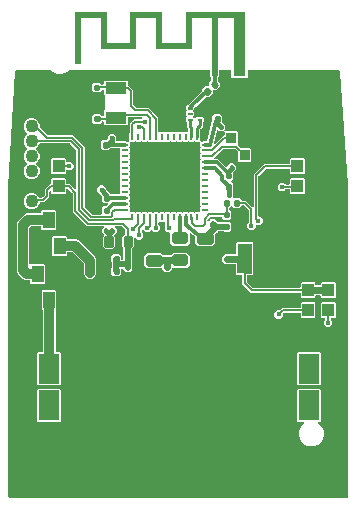
<source format=gbr>
G04 EAGLE Gerber RS-274X export*
G75*
%MOMM*%
%FSLAX34Y34*%
%LPD*%
%INTop Copper*%
%IPPOS*%
%AMOC8*
5,1,8,0,0,1.08239X$1,22.5*%
G01*
%ADD10R,0.240000X0.600000*%
%ADD11R,0.600000X0.240000*%
%ADD12R,5.150000X5.150000*%
%ADD13C,0.280800*%
%ADD14C,0.500000*%
%ADD15C,0.402900*%
%ADD16R,1.800000X1.000000*%
%ADD17R,0.850000X0.950000*%
%ADD18R,0.900000X0.500000*%
%ADD19R,0.500000X0.500000*%
%ADD20R,1.778000X2.540000*%
%ADD21C,8.000000*%
%ADD22R,2.500000X1.200000*%
%ADD23C,0.125000*%
%ADD24R,1.000000X1.400000*%
%ADD25R,1.000000X1.100000*%
%ADD26C,1.100000*%
%ADD27C,0.152400*%
%ADD28C,0.304800*%
%ADD29C,0.457200*%
%ADD30C,0.431800*%
%ADD31C,0.609600*%
%ADD32C,0.406400*%
%ADD33C,0.330200*%
%ADD34C,0.453200*%
%ADD35C,0.508000*%
%ADD36C,0.450000*%
%ADD37C,0.503200*%
%ADD38C,0.254000*%
%ADD39C,0.812800*%

G36*
X290896Y4771D02*
X290896Y4771D01*
X290915Y4769D01*
X291017Y4791D01*
X291119Y4807D01*
X291136Y4817D01*
X291156Y4821D01*
X291245Y4874D01*
X291336Y4923D01*
X291350Y4937D01*
X291367Y4947D01*
X291434Y5026D01*
X291506Y5101D01*
X291514Y5119D01*
X291527Y5134D01*
X291566Y5230D01*
X291609Y5324D01*
X291611Y5344D01*
X291619Y5362D01*
X291637Y5529D01*
X291637Y269887D01*
X291634Y269908D01*
X291635Y269942D01*
X284730Y365636D01*
X284713Y365705D01*
X284706Y365776D01*
X284685Y365824D01*
X284672Y365875D01*
X284657Y365899D01*
X284651Y366265D01*
X284648Y366277D01*
X284650Y366290D01*
X284626Y366398D01*
X284606Y366507D01*
X284600Y366518D01*
X284597Y366530D01*
X284541Y366626D01*
X284487Y366722D01*
X284478Y366731D01*
X284471Y366742D01*
X284387Y366813D01*
X284306Y366888D01*
X284294Y366893D01*
X284284Y366901D01*
X284181Y366943D01*
X284081Y366987D01*
X284068Y366989D01*
X284056Y366993D01*
X283889Y367012D01*
X207778Y367012D01*
X207758Y367009D01*
X207739Y367011D01*
X207637Y366989D01*
X207535Y366972D01*
X207518Y366963D01*
X207498Y366959D01*
X207409Y366905D01*
X207318Y366857D01*
X207304Y366843D01*
X207287Y366832D01*
X207220Y366754D01*
X207148Y366679D01*
X207140Y366661D01*
X207127Y366646D01*
X207088Y366549D01*
X207045Y366456D01*
X207043Y366436D01*
X207035Y366417D01*
X207017Y366251D01*
X207017Y360579D01*
X206421Y359983D01*
X193579Y359983D01*
X192983Y360579D01*
X192983Y366251D01*
X192980Y366270D01*
X192982Y366290D01*
X192960Y366391D01*
X192944Y366493D01*
X192934Y366511D01*
X192930Y366530D01*
X192877Y366619D01*
X192828Y366711D01*
X192814Y366724D01*
X192804Y366742D01*
X192725Y366809D01*
X192650Y366880D01*
X192632Y366889D01*
X192617Y366901D01*
X192521Y366940D01*
X192427Y366984D01*
X192407Y366986D01*
X192389Y366993D01*
X192222Y367012D01*
X183416Y367012D01*
X183397Y367009D01*
X183377Y367011D01*
X183276Y366989D01*
X183174Y366972D01*
X183156Y366963D01*
X183137Y366959D01*
X183048Y366905D01*
X182956Y366857D01*
X182943Y366843D01*
X182926Y366832D01*
X182858Y366754D01*
X182787Y366679D01*
X182779Y366661D01*
X182766Y366646D01*
X182727Y366549D01*
X182683Y366456D01*
X182681Y366436D01*
X182674Y366417D01*
X182655Y366251D01*
X182655Y361830D01*
X181893Y361069D01*
X181841Y360995D01*
X181782Y360926D01*
X181769Y360896D01*
X181750Y360869D01*
X181723Y360782D01*
X181689Y360698D01*
X181685Y360657D01*
X181678Y360634D01*
X181678Y360602D01*
X181671Y360532D01*
X181666Y358108D01*
X181679Y358030D01*
X181683Y357950D01*
X181699Y357909D01*
X181706Y357865D01*
X181743Y357795D01*
X181771Y357721D01*
X181807Y357674D01*
X181821Y357648D01*
X181841Y357629D01*
X181872Y357587D01*
X183613Y355726D01*
X183540Y353511D01*
X180029Y350226D01*
X178110Y350290D01*
X178090Y350287D01*
X178071Y350290D01*
X177969Y350271D01*
X177866Y350258D01*
X177848Y350249D01*
X177829Y350246D01*
X177738Y350196D01*
X177645Y350150D01*
X177631Y350136D01*
X177614Y350127D01*
X177544Y350050D01*
X177470Y349978D01*
X177461Y349960D01*
X177448Y349945D01*
X177406Y349851D01*
X177359Y349758D01*
X177356Y349738D01*
X177348Y349720D01*
X177324Y349554D01*
X177260Y347635D01*
X173750Y344350D01*
X172024Y344407D01*
X171931Y344395D01*
X171837Y344390D01*
X171810Y344379D01*
X171781Y344376D01*
X171696Y344334D01*
X171608Y344300D01*
X171579Y344277D01*
X171559Y344268D01*
X171536Y344245D01*
X171475Y344198D01*
X162933Y336080D01*
X162928Y336074D01*
X162919Y336066D01*
X161644Y334791D01*
X161591Y334717D01*
X161531Y334648D01*
X161519Y334618D01*
X161500Y334592D01*
X161473Y334504D01*
X161439Y334420D01*
X161435Y334379D01*
X161428Y334357D01*
X161429Y334324D01*
X161421Y334253D01*
X161421Y333590D01*
X160869Y333038D01*
X160858Y333022D01*
X160842Y333010D01*
X160786Y332922D01*
X160726Y332839D01*
X160720Y332820D01*
X160709Y332803D01*
X160684Y332702D01*
X160653Y332603D01*
X160654Y332584D01*
X160649Y332564D01*
X160657Y332461D01*
X160660Y332358D01*
X160667Y332339D01*
X160668Y332319D01*
X160709Y332224D01*
X160744Y332127D01*
X160757Y332111D01*
X160764Y332093D01*
X160869Y331962D01*
X161421Y331410D01*
X161421Y328590D01*
X160869Y328038D01*
X160858Y328022D01*
X160842Y328010D01*
X160786Y327923D01*
X160726Y327839D01*
X160720Y327819D01*
X160709Y327803D01*
X160684Y327703D01*
X160653Y327603D01*
X160654Y327584D01*
X160649Y327564D01*
X160657Y327461D01*
X160660Y327358D01*
X160667Y327339D01*
X160668Y327319D01*
X160709Y327224D01*
X160744Y327127D01*
X160757Y327111D01*
X160764Y327093D01*
X160869Y326962D01*
X161462Y326369D01*
X161478Y326358D01*
X161490Y326342D01*
X161577Y326286D01*
X161661Y326226D01*
X161680Y326220D01*
X161697Y326209D01*
X161798Y326184D01*
X161897Y326153D01*
X161916Y326154D01*
X161936Y326149D01*
X162039Y326157D01*
X162142Y326160D01*
X162161Y326167D01*
X162181Y326168D01*
X162276Y326209D01*
X162373Y326244D01*
X162389Y326257D01*
X162407Y326264D01*
X162538Y326369D01*
X163690Y327521D01*
X164712Y327521D01*
X164802Y327535D01*
X164870Y327541D01*
X167317Y327541D01*
X167321Y327539D01*
X167362Y327535D01*
X167384Y327528D01*
X167416Y327529D01*
X167488Y327521D01*
X168510Y327521D01*
X169621Y326410D01*
X169621Y323590D01*
X168864Y322833D01*
X168811Y322759D01*
X168751Y322689D01*
X168739Y322659D01*
X168720Y322633D01*
X168693Y322546D01*
X168659Y322461D01*
X168655Y322420D01*
X168648Y322398D01*
X168649Y322366D01*
X168641Y322294D01*
X168641Y319048D01*
X167022Y317429D01*
X166969Y317355D01*
X166909Y317285D01*
X166897Y317255D01*
X166878Y317229D01*
X166851Y317142D01*
X166840Y317113D01*
X166827Y317085D01*
X166826Y317079D01*
X166817Y317057D01*
X166813Y317016D01*
X166806Y316994D01*
X166807Y316962D01*
X166799Y316890D01*
X166799Y309241D01*
X166781Y309185D01*
X166747Y309100D01*
X166743Y309059D01*
X166736Y309037D01*
X166737Y309005D01*
X166729Y308933D01*
X166729Y307103D01*
X166732Y307083D01*
X166730Y307064D01*
X166752Y306962D01*
X166768Y306860D01*
X166778Y306843D01*
X166782Y306823D01*
X166835Y306734D01*
X166884Y306643D01*
X166898Y306629D01*
X166908Y306612D01*
X166987Y306545D01*
X167062Y306473D01*
X167080Y306465D01*
X167095Y306452D01*
X167191Y306413D01*
X167285Y306370D01*
X167305Y306368D01*
X167323Y306360D01*
X167490Y306342D01*
X168961Y306342D01*
X169051Y306356D01*
X169142Y306364D01*
X169172Y306376D01*
X169204Y306381D01*
X169284Y306424D01*
X169368Y306460D01*
X169400Y306486D01*
X169421Y306497D01*
X169443Y306520D01*
X169499Y306565D01*
X169600Y306666D01*
X172105Y306666D01*
X172157Y306674D01*
X172210Y306673D01*
X172278Y306694D01*
X172348Y306705D01*
X172395Y306730D01*
X172445Y306746D01*
X172503Y306787D01*
X172565Y306821D01*
X172602Y306859D01*
X172645Y306890D01*
X172686Y306948D01*
X172734Y306999D01*
X172757Y307047D01*
X172788Y307090D01*
X172826Y307196D01*
X172838Y307222D01*
X172839Y307232D01*
X172845Y307248D01*
X176959Y324251D01*
X176959Y324257D01*
X176962Y324263D01*
X176980Y324430D01*
X176980Y325209D01*
X176983Y325215D01*
X177001Y325241D01*
X177028Y325328D01*
X177062Y325413D01*
X177067Y325454D01*
X177074Y325476D01*
X177073Y325508D01*
X177081Y325580D01*
X177081Y327987D01*
X178648Y329553D01*
X183456Y329553D01*
X185022Y327987D01*
X185022Y322964D01*
X185025Y322947D01*
X185023Y322931D01*
X185024Y322929D01*
X185023Y322925D01*
X185045Y322823D01*
X185062Y322721D01*
X185071Y322704D01*
X185076Y322684D01*
X185129Y322595D01*
X185177Y322504D01*
X185192Y322490D01*
X185202Y322473D01*
X185281Y322406D01*
X185356Y322334D01*
X185374Y322326D01*
X185389Y322313D01*
X185485Y322274D01*
X185579Y322231D01*
X185598Y322229D01*
X185617Y322221D01*
X185649Y322218D01*
X187748Y320119D01*
X187748Y317173D01*
X187186Y316611D01*
X187144Y316553D01*
X187095Y316501D01*
X187073Y316454D01*
X187043Y316412D01*
X187022Y316343D01*
X186991Y316278D01*
X186986Y316226D01*
X186970Y316176D01*
X186972Y316105D01*
X186964Y316034D01*
X186975Y315983D01*
X186977Y315931D01*
X187001Y315863D01*
X187017Y315793D01*
X187043Y315748D01*
X187061Y315700D01*
X187106Y315644D01*
X187143Y315582D01*
X187182Y315548D01*
X187215Y315508D01*
X187275Y315469D01*
X187330Y315422D01*
X187378Y315403D01*
X187422Y315375D01*
X187491Y315357D01*
X187558Y315330D01*
X187629Y315322D01*
X187660Y315314D01*
X187684Y315316D01*
X187725Y315312D01*
X197553Y315312D01*
X198298Y314567D01*
X198298Y304334D01*
X198312Y304244D01*
X198320Y304153D01*
X198332Y304123D01*
X198337Y304091D01*
X198380Y304011D01*
X198416Y303927D01*
X198442Y303895D01*
X198453Y303874D01*
X198476Y303852D01*
X198521Y303796D01*
X201282Y301035D01*
X201356Y300982D01*
X201425Y300922D01*
X201455Y300910D01*
X201481Y300891D01*
X201568Y300864D01*
X201653Y300830D01*
X201694Y300826D01*
X201717Y300819D01*
X201749Y300820D01*
X201820Y300812D01*
X209053Y300812D01*
X209798Y300067D01*
X209798Y289515D01*
X209053Y288770D01*
X199501Y288770D01*
X198756Y289515D01*
X198756Y297495D01*
X198742Y297585D01*
X198734Y297676D01*
X198722Y297706D01*
X198717Y297738D01*
X198674Y297819D01*
X198638Y297903D01*
X198612Y297935D01*
X198601Y297956D01*
X198578Y297978D01*
X198533Y298034D01*
X196759Y299808D01*
X196685Y299861D01*
X196616Y299920D01*
X196586Y299933D01*
X196559Y299951D01*
X196472Y299978D01*
X196388Y300012D01*
X196347Y300017D01*
X196324Y300024D01*
X196292Y300023D01*
X196221Y300031D01*
X186289Y300031D01*
X186199Y300016D01*
X186108Y300009D01*
X186079Y299996D01*
X186047Y299991D01*
X185966Y299948D01*
X185882Y299913D01*
X185850Y299887D01*
X185829Y299876D01*
X185807Y299853D01*
X185751Y299808D01*
X178909Y292965D01*
X178867Y292907D01*
X178817Y292855D01*
X178795Y292808D01*
X178765Y292766D01*
X178744Y292697D01*
X178714Y292632D01*
X178708Y292580D01*
X178693Y292530D01*
X178694Y292459D01*
X178687Y292388D01*
X178698Y292337D01*
X178699Y292285D01*
X178724Y292217D01*
X178739Y292147D01*
X178766Y292102D01*
X178783Y292054D01*
X178828Y291998D01*
X178865Y291936D01*
X178905Y291902D01*
X178937Y291862D01*
X178997Y291823D01*
X179052Y291776D01*
X179100Y291757D01*
X179144Y291729D01*
X179214Y291711D01*
X179280Y291684D01*
X179351Y291676D01*
X179383Y291668D01*
X179406Y291670D01*
X179447Y291666D01*
X181804Y291666D01*
X188236Y285233D01*
X188253Y285221D01*
X188265Y285206D01*
X188352Y285150D01*
X188436Y285089D01*
X188455Y285084D01*
X188472Y285073D01*
X188572Y285047D01*
X188671Y285017D01*
X188691Y285018D01*
X188711Y285013D01*
X188813Y285021D01*
X188917Y285023D01*
X188936Y285030D01*
X188956Y285032D01*
X189051Y285072D01*
X189148Y285108D01*
X189164Y285120D01*
X189182Y285128D01*
X189313Y285233D01*
X189516Y285436D01*
X189569Y285510D01*
X189629Y285579D01*
X189641Y285609D01*
X189660Y285636D01*
X189686Y285723D01*
X189721Y285807D01*
X189722Y285822D01*
X191822Y287922D01*
X194769Y287922D01*
X196852Y285839D01*
X196852Y282892D01*
X195072Y281111D01*
X195019Y281037D01*
X194959Y280968D01*
X194947Y280938D01*
X194928Y280911D01*
X194901Y280825D01*
X194867Y280740D01*
X194863Y280699D01*
X194856Y280676D01*
X194857Y280644D01*
X194849Y280573D01*
X194849Y274937D01*
X193265Y273353D01*
X193253Y273337D01*
X193238Y273325D01*
X193182Y273237D01*
X193121Y273154D01*
X193116Y273135D01*
X193105Y273118D01*
X193079Y273017D01*
X193049Y272918D01*
X193050Y272899D01*
X193045Y272879D01*
X193053Y272776D01*
X193055Y272673D01*
X193062Y272654D01*
X193064Y272634D01*
X193104Y272539D01*
X193140Y272442D01*
X193152Y272426D01*
X193160Y272408D01*
X193265Y272277D01*
X194849Y270693D01*
X194849Y265285D01*
X194404Y264840D01*
X194350Y264766D01*
X194291Y264697D01*
X194279Y264667D01*
X194260Y264640D01*
X194233Y264553D01*
X194199Y264469D01*
X194195Y264428D01*
X194188Y264405D01*
X194189Y264373D01*
X194181Y264302D01*
X194181Y263283D01*
X194195Y263192D01*
X194203Y263102D01*
X194215Y263072D01*
X194220Y263040D01*
X194263Y262959D01*
X194299Y262875D01*
X194325Y262843D01*
X194336Y262822D01*
X194359Y262800D01*
X194404Y262744D01*
X194544Y262604D01*
X194544Y259432D01*
X194547Y259412D01*
X194545Y259393D01*
X194567Y259291D01*
X194583Y259189D01*
X194593Y259172D01*
X194597Y259152D01*
X194650Y259063D01*
X194699Y258972D01*
X194713Y258958D01*
X194723Y258941D01*
X194802Y258874D01*
X194877Y258802D01*
X194895Y258794D01*
X194910Y258781D01*
X195006Y258742D01*
X195100Y258699D01*
X195120Y258697D01*
X195138Y258689D01*
X195305Y258671D01*
X199977Y258671D01*
X201559Y257089D01*
X201567Y257053D01*
X201583Y256951D01*
X201593Y256934D01*
X201597Y256914D01*
X201650Y256825D01*
X201699Y256734D01*
X201713Y256720D01*
X201723Y256703D01*
X201802Y256636D01*
X201877Y256564D01*
X201895Y256556D01*
X201910Y256543D01*
X202006Y256504D01*
X202100Y256461D01*
X202120Y256459D01*
X202138Y256451D01*
X202305Y256433D01*
X205442Y256433D01*
X210668Y251207D01*
X210726Y251165D01*
X210778Y251116D01*
X210825Y251094D01*
X210867Y251063D01*
X210936Y251042D01*
X211001Y251012D01*
X211053Y251006D01*
X211103Y250991D01*
X211174Y250993D01*
X211245Y250985D01*
X211296Y250996D01*
X211348Y250997D01*
X211416Y251022D01*
X211486Y251037D01*
X211531Y251064D01*
X211579Y251082D01*
X211635Y251127D01*
X211697Y251163D01*
X211731Y251203D01*
X211771Y251236D01*
X211810Y251296D01*
X211857Y251350D01*
X211876Y251399D01*
X211904Y251443D01*
X211922Y251512D01*
X211949Y251579D01*
X211957Y251650D01*
X211965Y251681D01*
X211963Y251704D01*
X211967Y251745D01*
X211967Y278842D01*
X220658Y287533D01*
X241968Y287533D01*
X241988Y287536D01*
X242007Y287534D01*
X242109Y287556D01*
X242211Y287572D01*
X242228Y287582D01*
X242248Y287586D01*
X242337Y287639D01*
X242428Y287688D01*
X242442Y287702D01*
X242459Y287712D01*
X242526Y287791D01*
X242598Y287866D01*
X242606Y287884D01*
X242619Y287899D01*
X242658Y287995D01*
X242701Y288089D01*
X242703Y288109D01*
X242711Y288127D01*
X242729Y288294D01*
X242729Y291526D01*
X243474Y292271D01*
X254526Y292271D01*
X255271Y291526D01*
X255271Y279474D01*
X254526Y278729D01*
X243474Y278729D01*
X242729Y279474D01*
X242729Y282706D01*
X242726Y282726D01*
X242728Y282745D01*
X242706Y282847D01*
X242690Y282949D01*
X242680Y282966D01*
X242676Y282986D01*
X242623Y283075D01*
X242574Y283166D01*
X242560Y283180D01*
X242550Y283197D01*
X242471Y283264D01*
X242396Y283336D01*
X242378Y283344D01*
X242363Y283357D01*
X242267Y283396D01*
X242173Y283439D01*
X242153Y283441D01*
X242135Y283449D01*
X241968Y283467D01*
X222657Y283467D01*
X222567Y283453D01*
X222476Y283445D01*
X222447Y283433D01*
X222415Y283428D01*
X222334Y283385D01*
X222250Y283349D01*
X222218Y283323D01*
X222197Y283312D01*
X222175Y283289D01*
X222119Y283244D01*
X216256Y277381D01*
X216203Y277307D01*
X216143Y277238D01*
X216131Y277207D01*
X216112Y277181D01*
X216085Y277094D01*
X216051Y277009D01*
X216047Y276968D01*
X216040Y276946D01*
X216041Y276914D01*
X216033Y276843D01*
X216033Y243282D01*
X216036Y243262D01*
X216034Y243243D01*
X216056Y243141D01*
X216072Y243039D01*
X216082Y243022D01*
X216086Y243002D01*
X216139Y242913D01*
X216188Y242822D01*
X216202Y242808D01*
X216212Y242791D01*
X216291Y242724D01*
X216366Y242652D01*
X216384Y242644D01*
X216399Y242631D01*
X216495Y242592D01*
X216589Y242549D01*
X216609Y242547D01*
X216627Y242539D01*
X216794Y242521D01*
X217458Y242521D01*
X219521Y240458D01*
X219521Y237542D01*
X217458Y235479D01*
X214282Y235479D01*
X214262Y235476D01*
X214243Y235478D01*
X214141Y235456D01*
X214039Y235440D01*
X214022Y235430D01*
X214002Y235426D01*
X213913Y235373D01*
X213822Y235324D01*
X213808Y235310D01*
X213791Y235300D01*
X213724Y235221D01*
X213652Y235146D01*
X213644Y235128D01*
X213631Y235113D01*
X213592Y235016D01*
X213549Y234923D01*
X213547Y234903D01*
X213539Y234885D01*
X213521Y234718D01*
X213521Y233542D01*
X211458Y231479D01*
X208542Y231479D01*
X206479Y233542D01*
X206479Y236458D01*
X207744Y237723D01*
X207797Y237797D01*
X207857Y237867D01*
X207869Y237897D01*
X207888Y237923D01*
X207915Y238010D01*
X207949Y238095D01*
X207953Y238136D01*
X207960Y238158D01*
X207959Y238190D01*
X207967Y238262D01*
X207967Y247843D01*
X207953Y247933D01*
X207945Y248024D01*
X207933Y248053D01*
X207928Y248085D01*
X207885Y248166D01*
X207849Y248250D01*
X207823Y248282D01*
X207812Y248303D01*
X207789Y248325D01*
X207744Y248381D01*
X203981Y252144D01*
X203907Y252197D01*
X203838Y252257D01*
X203807Y252269D01*
X203781Y252288D01*
X203694Y252315D01*
X203609Y252349D01*
X203568Y252353D01*
X203546Y252360D01*
X203514Y252359D01*
X203443Y252367D01*
X202305Y252367D01*
X202285Y252364D01*
X202266Y252366D01*
X202164Y252344D01*
X202062Y252328D01*
X202045Y252318D01*
X202025Y252314D01*
X201936Y252261D01*
X201845Y252212D01*
X201831Y252198D01*
X201814Y252188D01*
X201747Y252109D01*
X201675Y252034D01*
X201667Y252016D01*
X201654Y252001D01*
X201615Y251905D01*
X201572Y251811D01*
X201570Y251791D01*
X201562Y251773D01*
X201555Y251707D01*
X199977Y250129D01*
X195169Y250129D01*
X193811Y251487D01*
X193795Y251499D01*
X193783Y251514D01*
X193695Y251570D01*
X193612Y251631D01*
X193593Y251636D01*
X193576Y251647D01*
X193475Y251673D01*
X193376Y251703D01*
X193357Y251702D01*
X193337Y251707D01*
X193234Y251699D01*
X193131Y251697D01*
X193112Y251690D01*
X193092Y251688D01*
X192997Y251648D01*
X192900Y251612D01*
X192884Y251600D01*
X192866Y251592D01*
X192735Y251487D01*
X191360Y250112D01*
X191348Y250096D01*
X191333Y250084D01*
X191277Y249996D01*
X191216Y249913D01*
X191211Y249894D01*
X191200Y249877D01*
X191174Y249776D01*
X191144Y249677D01*
X191145Y249658D01*
X191140Y249638D01*
X191148Y249535D01*
X191150Y249432D01*
X191157Y249413D01*
X191159Y249393D01*
X191199Y249298D01*
X191235Y249201D01*
X191247Y249185D01*
X191255Y249167D01*
X191360Y249036D01*
X193071Y247325D01*
X193071Y241917D01*
X191504Y240350D01*
X186696Y240350D01*
X185129Y241917D01*
X185129Y241954D01*
X185126Y241974D01*
X185128Y241993D01*
X185106Y242095D01*
X185090Y242197D01*
X185080Y242214D01*
X185076Y242234D01*
X185023Y242323D01*
X184974Y242414D01*
X184960Y242428D01*
X184950Y242445D01*
X184871Y242512D01*
X184796Y242584D01*
X184778Y242592D01*
X184763Y242605D01*
X184667Y242644D01*
X184573Y242687D01*
X184553Y242689D01*
X184535Y242697D01*
X184368Y242715D01*
X175444Y242715D01*
X175354Y242701D01*
X175263Y242693D01*
X175233Y242681D01*
X175201Y242676D01*
X175121Y242633D01*
X175037Y242597D01*
X175005Y242571D01*
X174984Y242560D01*
X174962Y242537D01*
X174906Y242492D01*
X172804Y240390D01*
X172751Y240316D01*
X172691Y240247D01*
X172679Y240217D01*
X172660Y240191D01*
X172633Y240104D01*
X172599Y240019D01*
X172595Y239978D01*
X172588Y239956D01*
X172589Y239923D01*
X172581Y239852D01*
X172581Y239495D01*
X172592Y239424D01*
X172594Y239353D01*
X172612Y239304D01*
X172620Y239252D01*
X172654Y239189D01*
X172679Y239122D01*
X172711Y239081D01*
X172736Y239035D01*
X172787Y238986D01*
X172832Y238930D01*
X172876Y238901D01*
X172914Y238866D01*
X172979Y238835D01*
X173039Y238797D01*
X173090Y238784D01*
X173137Y238762D01*
X173208Y238754D01*
X173278Y238736D01*
X173330Y238741D01*
X173381Y238735D01*
X173452Y238750D01*
X173523Y238756D01*
X173571Y238776D01*
X173622Y238787D01*
X173683Y238824D01*
X173749Y238852D01*
X173805Y238897D01*
X173833Y238913D01*
X173848Y238931D01*
X173880Y238957D01*
X174816Y239893D01*
X174817Y239893D01*
X174817Y239894D01*
X174922Y240025D01*
X175080Y240276D01*
X175124Y240295D01*
X175232Y240339D01*
X175237Y240343D01*
X175243Y240345D01*
X175374Y240450D01*
X175752Y240828D01*
X177484Y240828D01*
X177485Y240828D01*
X177486Y240828D01*
X177652Y240847D01*
X178149Y240960D01*
X178172Y240946D01*
X178178Y240943D01*
X178183Y240939D01*
X178293Y240895D01*
X178399Y240850D01*
X178405Y240849D01*
X178411Y240847D01*
X178578Y240828D01*
X178909Y240828D01*
X179786Y239951D01*
X179787Y239951D01*
X179787Y239950D01*
X179918Y239845D01*
X180820Y239277D01*
X180838Y239200D01*
X180878Y239101D01*
X180914Y239001D01*
X180924Y238987D01*
X180930Y238972D01*
X181000Y238891D01*
X181065Y238807D01*
X181080Y238798D01*
X181091Y238785D01*
X181182Y238731D01*
X181271Y238672D01*
X181291Y238666D01*
X181302Y238659D01*
X181332Y238653D01*
X181431Y238622D01*
X183034Y238301D01*
X183057Y238300D01*
X183183Y238286D01*
X185935Y238286D01*
X186025Y238301D01*
X186116Y238308D01*
X186146Y238321D01*
X186178Y238326D01*
X186259Y238369D01*
X186343Y238404D01*
X186375Y238430D01*
X186395Y238441D01*
X186418Y238464D01*
X186474Y238509D01*
X186696Y238732D01*
X191504Y238732D01*
X193071Y237165D01*
X193071Y231757D01*
X191504Y230190D01*
X186696Y230190D01*
X186445Y230442D01*
X186371Y230495D01*
X186301Y230554D01*
X186271Y230567D01*
X186245Y230585D01*
X186158Y230612D01*
X186073Y230646D01*
X186032Y230651D01*
X186010Y230658D01*
X185978Y230657D01*
X185906Y230665D01*
X184115Y230665D01*
X184099Y230662D01*
X184082Y230664D01*
X183977Y230642D01*
X183872Y230625D01*
X183858Y230617D01*
X183842Y230614D01*
X183693Y230537D01*
X183531Y230429D01*
X182807Y230574D01*
X182764Y230575D01*
X182722Y230586D01*
X182642Y230580D01*
X182561Y230583D01*
X182520Y230570D01*
X182477Y230567D01*
X182403Y230535D01*
X182326Y230512D01*
X182290Y230488D01*
X182251Y230471D01*
X182135Y230378D01*
X182125Y230371D01*
X182123Y230368D01*
X182120Y230366D01*
X181584Y229831D01*
X181584Y229830D01*
X181583Y229829D01*
X181479Y229698D01*
X180910Y228796D01*
X180658Y228739D01*
X180652Y228736D01*
X180646Y228736D01*
X180539Y228690D01*
X180430Y228646D01*
X180426Y228642D01*
X180420Y228640D01*
X180289Y228535D01*
X179883Y228129D01*
X179642Y227888D01*
X179589Y227814D01*
X179529Y227744D01*
X179517Y227714D01*
X179498Y227688D01*
X179471Y227601D01*
X179437Y227516D01*
X179433Y227475D01*
X179426Y227453D01*
X179427Y227421D01*
X179419Y227350D01*
X179419Y220159D01*
X177210Y217950D01*
X164886Y217950D01*
X162677Y220159D01*
X162677Y225499D01*
X162674Y225517D01*
X162676Y225536D01*
X162654Y225639D01*
X162638Y225742D01*
X162629Y225758D01*
X162625Y225776D01*
X162571Y225867D01*
X162522Y225959D01*
X162509Y225972D01*
X162500Y225988D01*
X162378Y226104D01*
X159163Y228563D01*
X159144Y228573D01*
X159129Y228587D01*
X159036Y228630D01*
X158946Y228679D01*
X158925Y228682D01*
X158905Y228691D01*
X158804Y228702D01*
X158703Y228719D01*
X158682Y228716D01*
X158661Y228718D01*
X158561Y228696D01*
X158460Y228680D01*
X158442Y228670D01*
X158421Y228666D01*
X158333Y228614D01*
X158243Y228566D01*
X158228Y228551D01*
X158210Y228540D01*
X158143Y228462D01*
X158073Y228388D01*
X158064Y228369D01*
X158050Y228353D01*
X158011Y228258D01*
X157968Y228166D01*
X157966Y228145D01*
X157958Y228125D01*
X157939Y227958D01*
X157939Y220411D01*
X155730Y218202D01*
X143407Y218202D01*
X141198Y220411D01*
X141198Y228718D01*
X141195Y228738D01*
X141197Y228757D01*
X141175Y228859D01*
X141158Y228961D01*
X141149Y228978D01*
X141144Y228998D01*
X141091Y229087D01*
X141043Y229178D01*
X141028Y229192D01*
X141018Y229209D01*
X140940Y229276D01*
X140865Y229348D01*
X140847Y229356D01*
X140831Y229369D01*
X140735Y229408D01*
X140641Y229451D01*
X140622Y229453D01*
X140603Y229461D01*
X140436Y229479D01*
X138542Y229479D01*
X136479Y231542D01*
X136479Y234458D01*
X137002Y234981D01*
X137055Y235055D01*
X137115Y235125D01*
X137127Y235155D01*
X137146Y235181D01*
X137173Y235268D01*
X137207Y235353D01*
X137211Y235394D01*
X137218Y235416D01*
X137217Y235448D01*
X137225Y235520D01*
X137225Y237503D01*
X137214Y237574D01*
X137212Y237646D01*
X137194Y237695D01*
X137186Y237746D01*
X137152Y237810D01*
X137127Y237877D01*
X137095Y237918D01*
X137070Y237964D01*
X137018Y238013D01*
X136974Y238069D01*
X136930Y238097D01*
X136892Y238133D01*
X136827Y238163D01*
X136767Y238202D01*
X136716Y238215D01*
X136669Y238237D01*
X136598Y238244D01*
X136528Y238262D01*
X136476Y238258D01*
X136425Y238264D01*
X136354Y238248D01*
X136283Y238243D01*
X136235Y238222D01*
X136184Y238211D01*
X136123Y238175D01*
X136057Y238146D01*
X136001Y238102D01*
X135998Y238100D01*
X132514Y238100D01*
X132480Y238133D01*
X132433Y238155D01*
X132391Y238185D01*
X132322Y238206D01*
X132257Y238237D01*
X132205Y238242D01*
X132156Y238258D01*
X132084Y238256D01*
X132013Y238264D01*
X131962Y238253D01*
X131910Y238251D01*
X131842Y238227D01*
X131772Y238211D01*
X131727Y238185D01*
X131679Y238167D01*
X131623Y238122D01*
X131561Y238085D01*
X131527Y238046D01*
X131487Y238013D01*
X131448Y237953D01*
X131401Y237898D01*
X131382Y237850D01*
X131354Y237806D01*
X131336Y237737D01*
X131309Y237670D01*
X131301Y237599D01*
X131293Y237568D01*
X131295Y237544D01*
X131291Y237503D01*
X131291Y236004D01*
X131305Y235914D01*
X131313Y235823D01*
X131325Y235793D01*
X131330Y235761D01*
X131373Y235680D01*
X131409Y235596D01*
X131435Y235564D01*
X131446Y235544D01*
X131469Y235521D01*
X131514Y235465D01*
X132521Y234458D01*
X132521Y231542D01*
X130458Y229479D01*
X127542Y229479D01*
X126038Y230983D01*
X126022Y230994D01*
X126010Y231010D01*
X125922Y231066D01*
X125839Y231126D01*
X125820Y231132D01*
X125803Y231143D01*
X125702Y231168D01*
X125603Y231199D01*
X125584Y231198D01*
X125564Y231203D01*
X125461Y231195D01*
X125358Y231192D01*
X125339Y231185D01*
X125319Y231184D01*
X125224Y231143D01*
X125127Y231108D01*
X125111Y231095D01*
X125093Y231087D01*
X124962Y230983D01*
X123458Y229479D01*
X120542Y229479D01*
X118332Y231689D01*
X118274Y231731D01*
X118222Y231780D01*
X118175Y231802D01*
X118133Y231832D01*
X118064Y231853D01*
X117999Y231884D01*
X117947Y231889D01*
X117897Y231905D01*
X117826Y231903D01*
X117755Y231911D01*
X117704Y231900D01*
X117652Y231898D01*
X117584Y231874D01*
X117514Y231858D01*
X117469Y231832D01*
X117421Y231814D01*
X117365Y231769D01*
X117303Y231732D01*
X117269Y231693D01*
X117229Y231660D01*
X117190Y231600D01*
X117143Y231545D01*
X117124Y231497D01*
X117096Y231453D01*
X117078Y231384D01*
X117051Y231317D01*
X117043Y231246D01*
X117035Y231215D01*
X117037Y231191D01*
X117033Y231150D01*
X117033Y230262D01*
X117047Y230172D01*
X117055Y230081D01*
X117067Y230051D01*
X117072Y230019D01*
X117115Y229938D01*
X117151Y229854D01*
X117177Y229822D01*
X117188Y229802D01*
X117211Y229779D01*
X117256Y229723D01*
X118521Y228458D01*
X118521Y225542D01*
X116458Y223479D01*
X113542Y223479D01*
X112108Y224913D01*
X112050Y224955D01*
X111998Y225004D01*
X111951Y225026D01*
X111909Y225056D01*
X111840Y225077D01*
X111775Y225108D01*
X111723Y225113D01*
X111673Y225129D01*
X111602Y225127D01*
X111531Y225135D01*
X111480Y225124D01*
X111428Y225122D01*
X111360Y225098D01*
X111290Y225082D01*
X111245Y225056D01*
X111197Y225038D01*
X111141Y224993D01*
X111079Y224956D01*
X111045Y224917D01*
X111005Y224884D01*
X110966Y224824D01*
X110919Y224769D01*
X110900Y224721D01*
X110872Y224677D01*
X110854Y224608D01*
X110827Y224541D01*
X110819Y224470D01*
X110811Y224439D01*
X110813Y224415D01*
X110809Y224374D01*
X110809Y217765D01*
X109423Y216379D01*
X109370Y216305D01*
X109310Y216235D01*
X109298Y216205D01*
X109279Y216179D01*
X109252Y216092D01*
X109218Y216007D01*
X109214Y215966D01*
X109207Y215944D01*
X109208Y215912D01*
X109200Y215840D01*
X109200Y209195D01*
X109205Y209165D01*
X109205Y197931D01*
X106967Y195694D01*
X103811Y195694D01*
X101549Y197956D01*
X101544Y197968D01*
X101539Y198000D01*
X101538Y198002D01*
X101538Y198033D01*
X101534Y198052D01*
X101537Y198072D01*
X101515Y198173D01*
X101498Y198275D01*
X101489Y198293D01*
X101484Y198313D01*
X101431Y198402D01*
X101383Y198493D01*
X101368Y198507D01*
X101358Y198524D01*
X101279Y198591D01*
X101204Y198662D01*
X101186Y198671D01*
X101171Y198684D01*
X101075Y198722D01*
X100981Y198766D01*
X100962Y198768D01*
X100943Y198776D01*
X100776Y198794D01*
X100197Y198794D01*
X100177Y198791D01*
X100158Y198793D01*
X100056Y198771D01*
X99954Y198754D01*
X99937Y198745D01*
X99917Y198741D01*
X99828Y198687D01*
X99737Y198639D01*
X99723Y198625D01*
X99706Y198615D01*
X99639Y198536D01*
X99567Y198461D01*
X99559Y198443D01*
X99546Y198428D01*
X99507Y198331D01*
X99464Y198238D01*
X99462Y198218D01*
X99454Y198199D01*
X99436Y198033D01*
X99436Y194165D01*
X97869Y192598D01*
X93061Y192598D01*
X91494Y194165D01*
X91494Y199595D01*
X91544Y199653D01*
X91556Y199683D01*
X91575Y199710D01*
X91602Y199797D01*
X91636Y199881D01*
X91640Y199922D01*
X91647Y199945D01*
X91646Y199977D01*
X91654Y200048D01*
X91654Y203977D01*
X91640Y204067D01*
X91632Y204158D01*
X91620Y204188D01*
X91615Y204220D01*
X91572Y204300D01*
X91536Y204384D01*
X91510Y204416D01*
X91499Y204437D01*
X91494Y204442D01*
X91494Y209860D01*
X93061Y211427D01*
X97869Y211427D01*
X99436Y209860D01*
X99436Y207177D01*
X99439Y207157D01*
X99437Y207137D01*
X99459Y207036D01*
X99475Y206934D01*
X99485Y206916D01*
X99489Y206897D01*
X99542Y206808D01*
X99591Y206717D01*
X99605Y206703D01*
X99615Y206686D01*
X99694Y206618D01*
X99769Y206547D01*
X99787Y206539D01*
X99802Y206526D01*
X99898Y206487D01*
X99992Y206444D01*
X100012Y206441D01*
X100030Y206434D01*
X100197Y206415D01*
X100762Y206415D01*
X100782Y206419D01*
X100801Y206416D01*
X100903Y206438D01*
X101005Y206455D01*
X101022Y206464D01*
X101042Y206469D01*
X101131Y206522D01*
X101222Y206570D01*
X101236Y206585D01*
X101253Y206595D01*
X101320Y206674D01*
X101392Y206749D01*
X101400Y206767D01*
X101413Y206782D01*
X101452Y206878D01*
X101495Y206972D01*
X101497Y206991D01*
X101505Y207010D01*
X101523Y207177D01*
X101523Y216293D01*
X101509Y216383D01*
X101501Y216474D01*
X101489Y216504D01*
X101484Y216536D01*
X101441Y216617D01*
X101405Y216701D01*
X101379Y216733D01*
X101368Y216754D01*
X101345Y216776D01*
X101300Y216832D01*
X100367Y217765D01*
X100367Y225757D01*
X102292Y227682D01*
X102540Y227682D01*
X102560Y227685D01*
X102579Y227683D01*
X102681Y227705D01*
X102783Y227721D01*
X102800Y227731D01*
X102820Y227735D01*
X102909Y227788D01*
X103000Y227837D01*
X103014Y227851D01*
X103031Y227861D01*
X103098Y227940D01*
X103170Y228015D01*
X103178Y228033D01*
X103191Y228048D01*
X103230Y228144D01*
X103273Y228238D01*
X103275Y228258D01*
X103283Y228276D01*
X103301Y228443D01*
X103301Y231509D01*
X103287Y231599D01*
X103279Y231690D01*
X103267Y231719D01*
X103262Y231751D01*
X103219Y231832D01*
X103183Y231916D01*
X103157Y231948D01*
X103146Y231969D01*
X103123Y231991D01*
X103078Y232047D01*
X100484Y234641D01*
X100410Y234694D01*
X100341Y234753D01*
X100311Y234766D01*
X100285Y234784D01*
X100197Y234811D01*
X100113Y234845D01*
X100072Y234850D01*
X100050Y234857D01*
X100017Y234856D01*
X99946Y234864D01*
X95285Y234864D01*
X95215Y234852D01*
X95143Y234850D01*
X95094Y234833D01*
X95043Y234824D01*
X94979Y234791D01*
X94912Y234766D01*
X94871Y234733D01*
X94825Y234709D01*
X94776Y234657D01*
X94720Y234612D01*
X94692Y234568D01*
X94656Y234531D01*
X94626Y234466D01*
X94587Y234405D01*
X94574Y234355D01*
X94552Y234308D01*
X94544Y234236D01*
X94527Y234167D01*
X94531Y234115D01*
X94525Y234063D01*
X94541Y233993D01*
X94546Y233922D01*
X94566Y233874D01*
X94578Y233823D01*
X94614Y233761D01*
X94642Y233695D01*
X94687Y233639D01*
X94704Y233612D01*
X94721Y233596D01*
X94747Y233564D01*
X95884Y232427D01*
X95884Y229481D01*
X93823Y227420D01*
X93811Y227403D01*
X93796Y227391D01*
X93740Y227304D01*
X93679Y227220D01*
X93674Y227201D01*
X93663Y227184D01*
X93638Y227084D01*
X93607Y226985D01*
X93608Y226965D01*
X93603Y226946D01*
X93611Y226843D01*
X93613Y226739D01*
X93620Y226720D01*
X93622Y226700D01*
X93662Y226605D01*
X93698Y226508D01*
X93710Y226492D01*
X93718Y226474D01*
X93823Y226343D01*
X94409Y225757D01*
X94409Y217765D01*
X92484Y215840D01*
X85892Y215840D01*
X83967Y217765D01*
X83967Y225757D01*
X85079Y226869D01*
X85091Y226885D01*
X85106Y226898D01*
X85163Y226985D01*
X85223Y227069D01*
X85229Y227088D01*
X85239Y227105D01*
X85265Y227205D01*
X85295Y227304D01*
X85295Y227324D01*
X85300Y227343D01*
X85291Y227446D01*
X85289Y227550D01*
X85282Y227569D01*
X85280Y227589D01*
X85240Y227683D01*
X85204Y227781D01*
X85192Y227797D01*
X85184Y227815D01*
X85079Y227946D01*
X83593Y229432D01*
X83593Y232378D01*
X84779Y233564D01*
X84821Y233623D01*
X84870Y233675D01*
X84892Y233722D01*
X84923Y233764D01*
X84944Y233833D01*
X84974Y233898D01*
X84980Y233949D01*
X84995Y233999D01*
X84993Y234071D01*
X85001Y234142D01*
X84990Y234193D01*
X84989Y234245D01*
X84964Y234312D01*
X84949Y234382D01*
X84922Y234427D01*
X84904Y234476D01*
X84859Y234532D01*
X84823Y234594D01*
X84783Y234627D01*
X84750Y234668D01*
X84690Y234707D01*
X84636Y234753D01*
X84587Y234773D01*
X84543Y234801D01*
X84474Y234819D01*
X84407Y234845D01*
X84336Y234853D01*
X84305Y234861D01*
X84282Y234859D01*
X84241Y234864D01*
X70945Y234864D01*
X60143Y245666D01*
X58729Y247079D01*
X58729Y262081D01*
X58727Y262096D01*
X58728Y262110D01*
X58714Y262174D01*
X58707Y262262D01*
X58695Y262291D01*
X58690Y262323D01*
X58676Y262348D01*
X58676Y262350D01*
X58671Y262358D01*
X58647Y262404D01*
X58611Y262488D01*
X58585Y262520D01*
X58574Y262541D01*
X58551Y262563D01*
X58506Y262619D01*
X54988Y266137D01*
X54914Y266190D01*
X54845Y266250D01*
X54814Y266262D01*
X54788Y266281D01*
X54701Y266308D01*
X54616Y266342D01*
X54576Y266346D01*
X54553Y266353D01*
X54521Y266352D01*
X54450Y266360D01*
X54032Y266360D01*
X54012Y266357D01*
X53993Y266359D01*
X53891Y266337D01*
X53789Y266320D01*
X53772Y266311D01*
X53752Y266307D01*
X53663Y266254D01*
X53572Y266205D01*
X53558Y266191D01*
X53541Y266181D01*
X53474Y266102D01*
X53402Y266027D01*
X53394Y266009D01*
X53381Y265994D01*
X53342Y265898D01*
X53299Y265804D01*
X53297Y265784D01*
X53289Y265766D01*
X53271Y265599D01*
X53271Y262474D01*
X52526Y261729D01*
X41474Y261729D01*
X40729Y262474D01*
X40729Y264017D01*
X40718Y264088D01*
X40716Y264159D01*
X40698Y264208D01*
X40690Y264259D01*
X40656Y264323D01*
X40631Y264390D01*
X40599Y264431D01*
X40574Y264477D01*
X40522Y264526D01*
X40478Y264582D01*
X40434Y264610D01*
X40396Y264646D01*
X40331Y264676D01*
X40271Y264715D01*
X40220Y264728D01*
X40173Y264750D01*
X40102Y264758D01*
X40032Y264775D01*
X39980Y264771D01*
X39929Y264777D01*
X39858Y264762D01*
X39787Y264756D01*
X39739Y264736D01*
X39688Y264725D01*
X39627Y264688D01*
X39561Y264660D01*
X39505Y264615D01*
X39477Y264599D01*
X39462Y264581D01*
X39430Y264555D01*
X39256Y264381D01*
X39202Y264307D01*
X39143Y264238D01*
X39131Y264207D01*
X39112Y264181D01*
X39085Y264094D01*
X39051Y264009D01*
X39047Y263968D01*
X39040Y263946D01*
X39041Y263914D01*
X39033Y263843D01*
X39033Y259158D01*
X34842Y254967D01*
X31409Y254967D01*
X31295Y254948D01*
X31179Y254931D01*
X31173Y254929D01*
X31167Y254928D01*
X31064Y254873D01*
X30959Y254820D01*
X30955Y254815D01*
X30949Y254812D01*
X30869Y254728D01*
X30787Y254644D01*
X30783Y254638D01*
X30780Y254634D01*
X30772Y254617D01*
X30706Y254497D01*
X29740Y252165D01*
X27835Y250260D01*
X25347Y249229D01*
X22653Y249229D01*
X20165Y250260D01*
X18260Y252165D01*
X17229Y254653D01*
X17229Y257347D01*
X18260Y259835D01*
X20165Y261740D01*
X22653Y262771D01*
X25347Y262771D01*
X27835Y261740D01*
X29740Y259835D01*
X29878Y259503D01*
X29940Y259403D01*
X29999Y259303D01*
X30004Y259299D01*
X30007Y259294D01*
X30097Y259219D01*
X30186Y259143D01*
X30192Y259141D01*
X30197Y259137D01*
X30305Y259095D01*
X30414Y259051D01*
X30422Y259050D01*
X30426Y259049D01*
X30445Y259048D01*
X30581Y259033D01*
X32843Y259033D01*
X32933Y259047D01*
X33024Y259055D01*
X33053Y259067D01*
X33085Y259072D01*
X33166Y259115D01*
X33250Y259151D01*
X33282Y259177D01*
X33303Y259188D01*
X33325Y259211D01*
X33381Y259256D01*
X34744Y260619D01*
X34797Y260693D01*
X34857Y260762D01*
X34869Y260793D01*
X34888Y260819D01*
X34915Y260906D01*
X34949Y260991D01*
X34953Y261032D01*
X34960Y261054D01*
X34959Y261086D01*
X34967Y261157D01*
X34967Y265842D01*
X39658Y270533D01*
X39968Y270533D01*
X39988Y270536D01*
X40007Y270534D01*
X40109Y270556D01*
X40211Y270572D01*
X40228Y270582D01*
X40248Y270586D01*
X40337Y270639D01*
X40428Y270688D01*
X40442Y270702D01*
X40459Y270712D01*
X40526Y270791D01*
X40598Y270866D01*
X40606Y270884D01*
X40619Y270899D01*
X40658Y270995D01*
X40701Y271089D01*
X40703Y271109D01*
X40711Y271127D01*
X40729Y271294D01*
X40729Y274526D01*
X41474Y275271D01*
X52526Y275271D01*
X53271Y274526D01*
X53271Y271187D01*
X53273Y271175D01*
X53272Y271166D01*
X53273Y271160D01*
X53272Y271147D01*
X53294Y271046D01*
X53310Y270944D01*
X53320Y270927D01*
X53324Y270907D01*
X53377Y270818D01*
X53426Y270727D01*
X53440Y270713D01*
X53450Y270696D01*
X53529Y270629D01*
X53604Y270557D01*
X53622Y270549D01*
X53637Y270536D01*
X53733Y270497D01*
X53827Y270454D01*
X53847Y270452D01*
X53865Y270444D01*
X54032Y270426D01*
X56449Y270426D01*
X57863Y269012D01*
X60594Y266280D01*
X60653Y266238D01*
X60705Y266189D01*
X60752Y266167D01*
X60794Y266137D01*
X60863Y266116D01*
X60928Y266085D01*
X60980Y266080D01*
X61029Y266064D01*
X61101Y266066D01*
X61172Y266058D01*
X61223Y266069D01*
X61275Y266071D01*
X61343Y266095D01*
X61413Y266111D01*
X61457Y266137D01*
X61506Y266155D01*
X61562Y266200D01*
X61624Y266237D01*
X61658Y266276D01*
X61698Y266309D01*
X61737Y266369D01*
X61784Y266424D01*
X61803Y266472D01*
X61831Y266516D01*
X61849Y266585D01*
X61876Y266652D01*
X61883Y266723D01*
X61891Y266754D01*
X61889Y266778D01*
X61894Y266819D01*
X61894Y299040D01*
X61879Y299130D01*
X61872Y299221D01*
X61860Y299251D01*
X61854Y299283D01*
X61812Y299363D01*
X61776Y299447D01*
X61750Y299479D01*
X61739Y299500D01*
X61716Y299522D01*
X61671Y299578D01*
X56656Y304593D01*
X56582Y304646D01*
X56513Y304706D01*
X56482Y304718D01*
X56456Y304737D01*
X56369Y304764D01*
X56284Y304798D01*
X56243Y304802D01*
X56221Y304809D01*
X56189Y304808D01*
X56118Y304816D01*
X30939Y304816D01*
X30824Y304797D01*
X30708Y304780D01*
X30702Y304777D01*
X30696Y304776D01*
X30593Y304722D01*
X30489Y304669D01*
X30484Y304664D01*
X30479Y304661D01*
X30399Y304577D01*
X30316Y304493D01*
X30313Y304487D01*
X30309Y304483D01*
X30302Y304466D01*
X30236Y304346D01*
X29684Y303014D01*
X27719Y301049D01*
X27707Y301033D01*
X27692Y301020D01*
X27636Y300933D01*
X27575Y300849D01*
X27569Y300830D01*
X27559Y300813D01*
X27533Y300713D01*
X27503Y300614D01*
X27503Y300594D01*
X27499Y300575D01*
X27507Y300472D01*
X27509Y300368D01*
X27516Y300349D01*
X27518Y300330D01*
X27558Y300235D01*
X27594Y300137D01*
X27606Y300122D01*
X27614Y300103D01*
X27719Y299972D01*
X29700Y297991D01*
X30731Y295503D01*
X30731Y292809D01*
X29700Y290321D01*
X27762Y288383D01*
X27751Y288367D01*
X27735Y288355D01*
X27679Y288268D01*
X27619Y288184D01*
X27613Y288165D01*
X27602Y288148D01*
X27577Y288047D01*
X27547Y287949D01*
X27547Y287929D01*
X27542Y287909D01*
X27550Y287806D01*
X27553Y287703D01*
X27560Y287684D01*
X27561Y287664D01*
X27602Y287569D01*
X27637Y287472D01*
X27650Y287456D01*
X27658Y287438D01*
X27762Y287307D01*
X29762Y285307D01*
X30793Y282818D01*
X30793Y280125D01*
X29762Y277636D01*
X27858Y275732D01*
X25369Y274701D01*
X22676Y274701D01*
X20187Y275732D01*
X18282Y277636D01*
X17252Y280125D01*
X17252Y282818D01*
X18282Y285307D01*
X20220Y287244D01*
X20231Y287261D01*
X20247Y287273D01*
X20303Y287360D01*
X20363Y287444D01*
X20369Y287463D01*
X20380Y287480D01*
X20405Y287580D01*
X20436Y287679D01*
X20435Y287699D01*
X20440Y287718D01*
X20432Y287821D01*
X20429Y287925D01*
X20422Y287944D01*
X20421Y287964D01*
X20380Y288059D01*
X20345Y288156D01*
X20332Y288172D01*
X20325Y288190D01*
X20220Y288321D01*
X18220Y290321D01*
X17189Y292809D01*
X17189Y295503D01*
X18220Y297991D01*
X20185Y299956D01*
X20196Y299972D01*
X20212Y299985D01*
X20268Y300072D01*
X20328Y300156D01*
X20334Y300175D01*
X20345Y300192D01*
X20370Y300292D01*
X20401Y300391D01*
X20400Y300411D01*
X20405Y300430D01*
X20397Y300533D01*
X20394Y300637D01*
X20387Y300656D01*
X20386Y300675D01*
X20345Y300770D01*
X20310Y300868D01*
X20297Y300883D01*
X20289Y300902D01*
X20185Y301033D01*
X18204Y303014D01*
X17173Y305502D01*
X17173Y308196D01*
X18204Y310684D01*
X20197Y312678D01*
X20209Y312694D01*
X20225Y312707D01*
X20281Y312794D01*
X20341Y312878D01*
X20347Y312897D01*
X20358Y312914D01*
X20383Y313014D01*
X20413Y313113D01*
X20413Y313133D01*
X20418Y313152D01*
X20410Y313255D01*
X20407Y313359D01*
X20400Y313377D01*
X20399Y313397D01*
X20358Y313492D01*
X20323Y313590D01*
X20310Y313605D01*
X20302Y313624D01*
X20197Y313755D01*
X18260Y315692D01*
X17229Y318180D01*
X17229Y320874D01*
X18260Y323363D01*
X20165Y325267D01*
X22653Y326298D01*
X25347Y326298D01*
X27835Y325267D01*
X29740Y323363D01*
X30771Y320874D01*
X30771Y319122D01*
X30785Y319032D01*
X30793Y318941D01*
X30805Y318911D01*
X30810Y318879D01*
X30853Y318798D01*
X30889Y318714D01*
X30915Y318682D01*
X30926Y318662D01*
X30949Y318639D01*
X30994Y318583D01*
X37679Y311899D01*
X37752Y311846D01*
X37822Y311786D01*
X37852Y311774D01*
X37878Y311755D01*
X37965Y311728D01*
X38050Y311694D01*
X38091Y311690D01*
X38113Y311683D01*
X38146Y311684D01*
X38217Y311676D01*
X59274Y311676D01*
X68753Y302197D01*
X68753Y251023D01*
X68768Y250932D01*
X68775Y250842D01*
X68788Y250812D01*
X68793Y250780D01*
X68836Y250699D01*
X68872Y250615D01*
X68897Y250583D01*
X68908Y250562D01*
X68932Y250540D01*
X68976Y250484D01*
X74720Y244740D01*
X74794Y244687D01*
X74864Y244628D01*
X74894Y244616D01*
X74920Y244597D01*
X75007Y244570D01*
X75092Y244536D01*
X75133Y244531D01*
X75155Y244524D01*
X75187Y244525D01*
X75259Y244517D01*
X82540Y244517D01*
X82560Y244521D01*
X82580Y244518D01*
X82681Y244540D01*
X82783Y244557D01*
X82801Y244566D01*
X82820Y244571D01*
X82909Y244624D01*
X83001Y244672D01*
X83014Y244687D01*
X83031Y244697D01*
X83099Y244776D01*
X83170Y244851D01*
X83178Y244869D01*
X83191Y244884D01*
X83230Y244980D01*
X83274Y245074D01*
X83276Y245093D01*
X83283Y245112D01*
X83302Y245279D01*
X83302Y250709D01*
X84869Y252276D01*
X87275Y252276D01*
X87365Y252291D01*
X87456Y252298D01*
X87486Y252310D01*
X87518Y252316D01*
X87599Y252358D01*
X87683Y252394D01*
X87715Y252420D01*
X87736Y252431D01*
X87758Y252454D01*
X87814Y252499D01*
X88590Y253275D01*
X88632Y253333D01*
X88681Y253385D01*
X88703Y253432D01*
X88733Y253474D01*
X88754Y253543D01*
X88785Y253608D01*
X88790Y253660D01*
X88806Y253710D01*
X88804Y253781D01*
X88812Y253852D01*
X88801Y253903D01*
X88799Y253955D01*
X88775Y254023D01*
X88759Y254093D01*
X88733Y254138D01*
X88715Y254186D01*
X88670Y254242D01*
X88633Y254304D01*
X88594Y254338D01*
X88561Y254378D01*
X88501Y254417D01*
X88446Y254464D01*
X88398Y254483D01*
X88354Y254511D01*
X88285Y254529D01*
X88218Y254556D01*
X88147Y254564D01*
X88116Y254572D01*
X88092Y254570D01*
X88051Y254574D01*
X84885Y254574D01*
X83318Y256141D01*
X83318Y259830D01*
X83304Y259920D01*
X83296Y260011D01*
X83284Y260040D01*
X83279Y260072D01*
X83236Y260153D01*
X83200Y260237D01*
X83174Y260269D01*
X83163Y260290D01*
X83140Y260312D01*
X83095Y260368D01*
X79813Y263650D01*
X79813Y263735D01*
X79799Y263825D01*
X79791Y263916D01*
X79779Y263945D01*
X79774Y263977D01*
X79731Y264058D01*
X79695Y264142D01*
X79669Y264174D01*
X79658Y264195D01*
X79635Y264217D01*
X79590Y264273D01*
X79579Y264284D01*
X79579Y267214D01*
X81651Y269286D01*
X84581Y269286D01*
X86653Y267214D01*
X86653Y266467D01*
X86667Y266377D01*
X86675Y266286D01*
X86687Y266257D01*
X86692Y266225D01*
X86735Y266144D01*
X86771Y266060D01*
X86797Y266028D01*
X86808Y266007D01*
X86831Y265985D01*
X86876Y265929D01*
X89466Y263339D01*
X89480Y263329D01*
X90946Y261863D01*
X91020Y261810D01*
X91089Y261750D01*
X91119Y261738D01*
X91146Y261719D01*
X91233Y261692D01*
X91317Y261658D01*
X91358Y261654D01*
X91381Y261647D01*
X91413Y261648D01*
X91484Y261640D01*
X97726Y261640D01*
X97746Y261643D01*
X97765Y261641D01*
X97867Y261663D01*
X97969Y261679D01*
X97986Y261689D01*
X98006Y261693D01*
X98095Y261746D01*
X98186Y261795D01*
X98200Y261809D01*
X98217Y261819D01*
X98284Y261898D01*
X98356Y261973D01*
X98364Y261991D01*
X98377Y262006D01*
X98416Y262102D01*
X98459Y262196D01*
X98461Y262216D01*
X98469Y262234D01*
X98487Y262401D01*
X98487Y265597D01*
X98723Y265833D01*
X98734Y265849D01*
X98750Y265861D01*
X98806Y265948D01*
X98866Y266032D01*
X98872Y266051D01*
X98883Y266068D01*
X98908Y266169D01*
X98939Y266268D01*
X98938Y266288D01*
X98943Y266307D01*
X98935Y266410D01*
X98932Y266513D01*
X98925Y266532D01*
X98924Y266552D01*
X98883Y266647D01*
X98848Y266744D01*
X98835Y266760D01*
X98827Y266778D01*
X98723Y266909D01*
X98487Y267145D01*
X98487Y270597D01*
X98723Y270833D01*
X98734Y270849D01*
X98750Y270861D01*
X98806Y270948D01*
X98866Y271032D01*
X98872Y271051D01*
X98883Y271068D01*
X98908Y271169D01*
X98939Y271268D01*
X98938Y271288D01*
X98943Y271307D01*
X98935Y271410D01*
X98932Y271513D01*
X98925Y271532D01*
X98924Y271552D01*
X98883Y271647D01*
X98848Y271744D01*
X98835Y271760D01*
X98827Y271778D01*
X98723Y271909D01*
X98487Y272145D01*
X98487Y275597D01*
X98723Y275833D01*
X98734Y275849D01*
X98750Y275861D01*
X98806Y275948D01*
X98866Y276032D01*
X98872Y276051D01*
X98883Y276068D01*
X98908Y276169D01*
X98939Y276268D01*
X98938Y276288D01*
X98943Y276307D01*
X98935Y276410D01*
X98932Y276513D01*
X98925Y276532D01*
X98924Y276552D01*
X98883Y276647D01*
X98848Y276744D01*
X98835Y276760D01*
X98827Y276778D01*
X98723Y276909D01*
X98487Y277145D01*
X98487Y280597D01*
X98723Y280833D01*
X98734Y280849D01*
X98750Y280861D01*
X98806Y280948D01*
X98866Y281032D01*
X98872Y281051D01*
X98883Y281068D01*
X98908Y281169D01*
X98939Y281268D01*
X98938Y281288D01*
X98943Y281307D01*
X98935Y281410D01*
X98932Y281513D01*
X98925Y281532D01*
X98924Y281552D01*
X98883Y281647D01*
X98848Y281744D01*
X98835Y281760D01*
X98827Y281778D01*
X98723Y281909D01*
X98487Y282145D01*
X98487Y285597D01*
X98723Y285833D01*
X98734Y285849D01*
X98750Y285861D01*
X98806Y285948D01*
X98866Y286032D01*
X98872Y286051D01*
X98883Y286068D01*
X98908Y286169D01*
X98939Y286268D01*
X98938Y286288D01*
X98943Y286307D01*
X98935Y286410D01*
X98932Y286513D01*
X98925Y286532D01*
X98924Y286552D01*
X98883Y286647D01*
X98848Y286744D01*
X98835Y286760D01*
X98827Y286778D01*
X98723Y286909D01*
X98487Y287145D01*
X98487Y290597D01*
X98723Y290833D01*
X98734Y290849D01*
X98750Y290861D01*
X98806Y290948D01*
X98866Y291032D01*
X98872Y291052D01*
X98883Y291068D01*
X98908Y291168D01*
X98939Y291268D01*
X98938Y291288D01*
X98943Y291307D01*
X98935Y291410D01*
X98932Y291513D01*
X98925Y291532D01*
X98924Y291552D01*
X98883Y291647D01*
X98848Y291744D01*
X98835Y291760D01*
X98827Y291778D01*
X98723Y291909D01*
X98487Y292145D01*
X98487Y295597D01*
X98723Y295833D01*
X98734Y295849D01*
X98750Y295861D01*
X98806Y295948D01*
X98866Y296032D01*
X98872Y296052D01*
X98883Y296068D01*
X98908Y296168D01*
X98939Y296268D01*
X98938Y296288D01*
X98943Y296307D01*
X98935Y296410D01*
X98932Y296513D01*
X98925Y296532D01*
X98924Y296552D01*
X98883Y296647D01*
X98848Y296744D01*
X98835Y296760D01*
X98827Y296778D01*
X98723Y296909D01*
X98487Y297145D01*
X98487Y300315D01*
X98484Y300335D01*
X98486Y300354D01*
X98464Y300456D01*
X98448Y300558D01*
X98438Y300575D01*
X98434Y300595D01*
X98381Y300684D01*
X98332Y300775D01*
X98318Y300789D01*
X98308Y300806D01*
X98229Y300873D01*
X98154Y300945D01*
X98136Y300953D01*
X98121Y300966D01*
X98025Y301005D01*
X97931Y301048D01*
X97911Y301050D01*
X97893Y301058D01*
X97726Y301076D01*
X93248Y301076D01*
X93220Y301072D01*
X93167Y301072D01*
X92192Y300968D01*
X92130Y300993D01*
X92067Y301029D01*
X92017Y301039D01*
X91969Y301058D01*
X91852Y301071D01*
X91825Y301076D01*
X91817Y301075D01*
X91803Y301076D01*
X90822Y301076D01*
X90732Y301062D01*
X90641Y301054D01*
X90611Y301042D01*
X90579Y301037D01*
X90499Y300994D01*
X90415Y300958D01*
X90383Y300932D01*
X90362Y300921D01*
X90340Y300898D01*
X90284Y300853D01*
X88963Y299532D01*
X84155Y299532D01*
X82588Y301099D01*
X82588Y306507D01*
X84155Y308074D01*
X87480Y308074D01*
X87570Y308088D01*
X87661Y308096D01*
X87691Y308108D01*
X87723Y308113D01*
X87803Y308156D01*
X87887Y308192D01*
X87919Y308218D01*
X87940Y308229D01*
X87962Y308252D01*
X88018Y308297D01*
X88151Y308430D01*
X88205Y308504D01*
X88264Y308573D01*
X88276Y308603D01*
X88295Y308630D01*
X88322Y308717D01*
X88356Y308802D01*
X88360Y308843D01*
X88367Y308865D01*
X88366Y308897D01*
X88374Y308968D01*
X88374Y310856D01*
X90446Y312928D01*
X93376Y312928D01*
X95448Y310856D01*
X95448Y307862D01*
X95452Y307835D01*
X95452Y307781D01*
X95498Y307346D01*
X95526Y307247D01*
X95547Y307147D01*
X95558Y307129D01*
X95564Y307109D01*
X95621Y307024D01*
X95674Y306936D01*
X95689Y306922D01*
X95701Y306905D01*
X95783Y306843D01*
X95861Y306776D01*
X95880Y306768D01*
X95897Y306756D01*
X95993Y306723D01*
X96089Y306684D01*
X96114Y306681D01*
X96129Y306676D01*
X96162Y306676D01*
X96255Y306666D01*
X103916Y306666D01*
X104017Y306565D01*
X104091Y306512D01*
X104160Y306452D01*
X104190Y306440D01*
X104216Y306421D01*
X104303Y306394D01*
X104388Y306360D01*
X104429Y306356D01*
X104451Y306349D01*
X104484Y306350D01*
X104555Y306342D01*
X106026Y306342D01*
X106046Y306345D01*
X106065Y306343D01*
X106167Y306365D01*
X106269Y306381D01*
X106286Y306391D01*
X106306Y306395D01*
X106395Y306448D01*
X106486Y306497D01*
X106500Y306511D01*
X106517Y306521D01*
X106584Y306600D01*
X106656Y306675D01*
X106664Y306693D01*
X106677Y306708D01*
X106716Y306804D01*
X106759Y306898D01*
X106761Y306918D01*
X106769Y306936D01*
X106787Y307103D01*
X106787Y313897D01*
X107002Y314112D01*
X107056Y314186D01*
X107115Y314256D01*
X107127Y314286D01*
X107146Y314312D01*
X107173Y314399D01*
X107207Y314484D01*
X107211Y314525D01*
X107218Y314547D01*
X107217Y314579D01*
X107225Y314651D01*
X107225Y322100D01*
X110440Y325315D01*
X116503Y325315D01*
X116593Y325329D01*
X116684Y325337D01*
X116713Y325349D01*
X116745Y325354D01*
X116826Y325397D01*
X116910Y325433D01*
X116942Y325459D01*
X116963Y325470D01*
X116985Y325493D01*
X117041Y325538D01*
X117171Y325668D01*
X117213Y325726D01*
X117262Y325778D01*
X117284Y325825D01*
X117315Y325867D01*
X117336Y325936D01*
X117366Y326001D01*
X117372Y326053D01*
X117387Y326102D01*
X117385Y326174D01*
X117393Y326245D01*
X117382Y326296D01*
X117381Y326348D01*
X117356Y326416D01*
X117341Y326486D01*
X117314Y326531D01*
X117296Y326579D01*
X117251Y326635D01*
X117215Y326697D01*
X117175Y326731D01*
X117142Y326771D01*
X117082Y326810D01*
X117028Y326857D01*
X116979Y326876D01*
X116936Y326904D01*
X116866Y326922D01*
X116799Y326949D01*
X116728Y326957D01*
X116697Y326965D01*
X116674Y326963D01*
X116633Y326967D01*
X106168Y326967D01*
X106148Y326964D01*
X106129Y326966D01*
X106027Y326944D01*
X105925Y326928D01*
X105908Y326918D01*
X105888Y326914D01*
X105799Y326861D01*
X105708Y326812D01*
X105694Y326798D01*
X105677Y326788D01*
X105610Y326709D01*
X105538Y326634D01*
X105530Y326616D01*
X105517Y326601D01*
X105478Y326505D01*
X105435Y326411D01*
X105433Y326391D01*
X105425Y326373D01*
X105407Y326206D01*
X105407Y321258D01*
X104662Y320513D01*
X85610Y320513D01*
X84865Y321258D01*
X84865Y322861D01*
X84862Y322881D01*
X84864Y322901D01*
X84842Y323002D01*
X84826Y323104D01*
X84816Y323122D01*
X84812Y323141D01*
X84759Y323230D01*
X84710Y323322D01*
X84696Y323335D01*
X84686Y323352D01*
X84607Y323420D01*
X84532Y323491D01*
X84514Y323499D01*
X84499Y323512D01*
X84403Y323551D01*
X84309Y323595D01*
X84289Y323597D01*
X84271Y323604D01*
X84139Y323619D01*
X84134Y323620D01*
X84131Y323620D01*
X84104Y323623D01*
X84070Y323623D01*
X83980Y323608D01*
X83889Y323601D01*
X83859Y323588D01*
X83827Y323583D01*
X83747Y323540D01*
X83663Y323504D01*
X83631Y323479D01*
X83610Y323468D01*
X83588Y323444D01*
X83532Y323400D01*
X81817Y321685D01*
X76409Y321685D01*
X74842Y323251D01*
X74842Y328059D01*
X76409Y329626D01*
X81817Y329626D01*
X83532Y327911D01*
X83606Y327858D01*
X83675Y327799D01*
X83705Y327786D01*
X83731Y327768D01*
X83818Y327741D01*
X83903Y327707D01*
X83944Y327702D01*
X83966Y327695D01*
X83999Y327696D01*
X84070Y327688D01*
X84104Y327688D01*
X84124Y327691D01*
X84143Y327689D01*
X84199Y327701D01*
X84212Y327702D01*
X84230Y327708D01*
X84245Y327711D01*
X84347Y327728D01*
X84364Y327737D01*
X84384Y327741D01*
X84473Y327795D01*
X84564Y327843D01*
X84578Y327857D01*
X84595Y327868D01*
X84662Y327946D01*
X84734Y328021D01*
X84742Y328039D01*
X84755Y328054D01*
X84794Y328151D01*
X84837Y328244D01*
X84839Y328264D01*
X84847Y328283D01*
X84865Y328449D01*
X84865Y332310D01*
X85610Y333055D01*
X85627Y333055D01*
X85647Y333058D01*
X85666Y333056D01*
X85768Y333078D01*
X85870Y333094D01*
X85887Y333104D01*
X85907Y333108D01*
X85996Y333161D01*
X86087Y333210D01*
X86101Y333224D01*
X86118Y333234D01*
X86185Y333313D01*
X86257Y333388D01*
X86265Y333406D01*
X86278Y333421D01*
X86317Y333517D01*
X86360Y333611D01*
X86362Y333631D01*
X86370Y333649D01*
X86388Y333816D01*
X86388Y344752D01*
X86385Y344772D01*
X86387Y344791D01*
X86365Y344893D01*
X86349Y344995D01*
X86339Y345012D01*
X86335Y345032D01*
X86282Y345121D01*
X86233Y345212D01*
X86219Y345226D01*
X86209Y345243D01*
X86130Y345310D01*
X86055Y345382D01*
X86037Y345390D01*
X86022Y345403D01*
X85926Y345442D01*
X85832Y345485D01*
X85812Y345487D01*
X85794Y345495D01*
X85627Y345513D01*
X85610Y345513D01*
X84865Y346258D01*
X84865Y349452D01*
X84862Y349471D01*
X84864Y349491D01*
X84842Y349592D01*
X84826Y349694D01*
X84816Y349712D01*
X84812Y349732D01*
X84759Y349821D01*
X84710Y349912D01*
X84696Y349926D01*
X84686Y349943D01*
X84607Y350010D01*
X84532Y350081D01*
X84514Y350090D01*
X84499Y350103D01*
X84403Y350141D01*
X84309Y350185D01*
X84289Y350187D01*
X84271Y350195D01*
X84104Y350213D01*
X83896Y350213D01*
X83806Y350198D01*
X83715Y350191D01*
X83685Y350178D01*
X83654Y350173D01*
X83573Y350131D01*
X83489Y350095D01*
X83457Y350069D01*
X83436Y350058D01*
X83414Y350035D01*
X83358Y349990D01*
X81643Y348275D01*
X76235Y348275D01*
X74668Y349842D01*
X74668Y354650D01*
X76235Y356216D01*
X81643Y356216D01*
X83358Y354501D01*
X83432Y354448D01*
X83501Y354389D01*
X83532Y354377D01*
X83558Y354358D01*
X83645Y354331D01*
X83730Y354297D01*
X83770Y354292D01*
X83793Y354286D01*
X83825Y354286D01*
X83896Y354278D01*
X84104Y354278D01*
X84124Y354282D01*
X84143Y354279D01*
X84245Y354301D01*
X84347Y354318D01*
X84364Y354327D01*
X84384Y354332D01*
X84473Y354385D01*
X84564Y354433D01*
X84578Y354448D01*
X84595Y354458D01*
X84662Y354537D01*
X84734Y354612D01*
X84742Y354630D01*
X84755Y354645D01*
X84794Y354741D01*
X84837Y354835D01*
X84839Y354854D01*
X84847Y354873D01*
X84865Y355040D01*
X84865Y357310D01*
X85610Y358055D01*
X104662Y358055D01*
X105407Y357310D01*
X105407Y354578D01*
X105410Y354558D01*
X105408Y354539D01*
X105430Y354437D01*
X105446Y354335D01*
X105456Y354318D01*
X105460Y354298D01*
X105513Y354209D01*
X105562Y354118D01*
X105576Y354104D01*
X105586Y354087D01*
X105665Y354020D01*
X105740Y353948D01*
X105758Y353940D01*
X105773Y353927D01*
X105869Y353888D01*
X105963Y353845D01*
X105983Y353843D01*
X106001Y353835D01*
X106044Y353830D01*
X110033Y349842D01*
X110033Y337657D01*
X110047Y337567D01*
X110055Y337476D01*
X110067Y337447D01*
X110072Y337415D01*
X110115Y337334D01*
X110151Y337250D01*
X110177Y337218D01*
X110188Y337197D01*
X110211Y337175D01*
X110256Y337119D01*
X112119Y335256D01*
X112193Y335203D01*
X112262Y335143D01*
X112293Y335131D01*
X112319Y335112D01*
X112406Y335085D01*
X112491Y335051D01*
X112532Y335047D01*
X112554Y335040D01*
X112586Y335041D01*
X112657Y335033D01*
X122966Y335033D01*
X131263Y326736D01*
X131263Y315211D01*
X131274Y315140D01*
X131276Y315068D01*
X131294Y315019D01*
X131303Y314968D01*
X131336Y314905D01*
X131361Y314837D01*
X131393Y314796D01*
X131418Y314751D01*
X131470Y314701D01*
X131514Y314645D01*
X131558Y314617D01*
X131596Y314581D01*
X131661Y314551D01*
X131721Y314512D01*
X131772Y314499D01*
X131819Y314478D01*
X131890Y314470D01*
X131960Y314452D01*
X132012Y314456D01*
X132064Y314450D01*
X132134Y314466D01*
X132205Y314471D01*
X132253Y314492D01*
X132304Y314503D01*
X132366Y314540D01*
X132431Y314568D01*
X132487Y314612D01*
X132515Y314629D01*
X132526Y314642D01*
X135984Y314642D01*
X136220Y314406D01*
X136236Y314395D01*
X136248Y314379D01*
X136335Y314323D01*
X136419Y314263D01*
X136438Y314257D01*
X136455Y314246D01*
X136556Y314221D01*
X136655Y314190D01*
X136675Y314191D01*
X136694Y314186D01*
X136797Y314194D01*
X136900Y314197D01*
X136919Y314204D01*
X136939Y314205D01*
X137034Y314246D01*
X137131Y314281D01*
X137147Y314294D01*
X137165Y314302D01*
X137296Y314406D01*
X137532Y314642D01*
X140984Y314642D01*
X141220Y314406D01*
X141236Y314395D01*
X141248Y314379D01*
X141335Y314323D01*
X141419Y314263D01*
X141438Y314257D01*
X141455Y314246D01*
X141556Y314221D01*
X141655Y314190D01*
X141675Y314191D01*
X141694Y314186D01*
X141797Y314194D01*
X141900Y314197D01*
X141919Y314204D01*
X141939Y314205D01*
X142034Y314246D01*
X142131Y314281D01*
X142147Y314294D01*
X142165Y314302D01*
X142296Y314406D01*
X142532Y314642D01*
X145984Y314642D01*
X146220Y314406D01*
X146236Y314395D01*
X146248Y314379D01*
X146335Y314323D01*
X146419Y314263D01*
X146438Y314257D01*
X146455Y314246D01*
X146556Y314221D01*
X146655Y314190D01*
X146675Y314191D01*
X146694Y314186D01*
X146797Y314194D01*
X146900Y314197D01*
X146919Y314204D01*
X146939Y314205D01*
X147034Y314246D01*
X147131Y314281D01*
X147147Y314294D01*
X147165Y314302D01*
X147296Y314406D01*
X147532Y314642D01*
X150984Y314642D01*
X151220Y314406D01*
X151236Y314395D01*
X151248Y314379D01*
X151335Y314323D01*
X151419Y314263D01*
X151439Y314257D01*
X151455Y314246D01*
X151555Y314221D01*
X151655Y314190D01*
X151675Y314191D01*
X151694Y314186D01*
X151797Y314194D01*
X151900Y314197D01*
X151919Y314204D01*
X151939Y314205D01*
X152034Y314246D01*
X152131Y314281D01*
X152147Y314294D01*
X152165Y314302D01*
X152296Y314406D01*
X152532Y314642D01*
X155956Y314642D01*
X155976Y314645D01*
X155995Y314643D01*
X156097Y314665D01*
X156199Y314681D01*
X156216Y314691D01*
X156236Y314695D01*
X156325Y314748D01*
X156416Y314797D01*
X156430Y314811D01*
X156447Y314821D01*
X156514Y314900D01*
X156586Y314975D01*
X156594Y314993D01*
X156607Y315008D01*
X156646Y315104D01*
X156689Y315198D01*
X156691Y315218D01*
X156699Y315236D01*
X156717Y315403D01*
X156717Y316894D01*
X156715Y316908D01*
X156716Y316920D01*
X156703Y316979D01*
X156703Y316984D01*
X156695Y317075D01*
X156683Y317105D01*
X156678Y317137D01*
X156635Y317217D01*
X156599Y317301D01*
X156573Y317333D01*
X156562Y317354D01*
X156539Y317376D01*
X156494Y317432D01*
X155359Y318567D01*
X155359Y322294D01*
X155345Y322385D01*
X155337Y322475D01*
X155325Y322505D01*
X155320Y322537D01*
X155277Y322618D01*
X155241Y322702D01*
X155215Y322734D01*
X155204Y322755D01*
X155181Y322777D01*
X155136Y322833D01*
X154379Y323590D01*
X154379Y326410D01*
X154931Y326962D01*
X154942Y326978D01*
X154958Y326990D01*
X155014Y327078D01*
X155074Y327161D01*
X155080Y327180D01*
X155091Y327197D01*
X155116Y327298D01*
X155147Y327397D01*
X155146Y327416D01*
X155151Y327436D01*
X155143Y327539D01*
X155140Y327642D01*
X155133Y327661D01*
X155132Y327681D01*
X155091Y327776D01*
X155056Y327873D01*
X155043Y327889D01*
X155036Y327907D01*
X154931Y328038D01*
X154379Y328590D01*
X154379Y331410D01*
X154931Y331962D01*
X154942Y331978D01*
X154958Y331990D01*
X155014Y332078D01*
X155074Y332161D01*
X155080Y332180D01*
X155091Y332197D01*
X155116Y332298D01*
X155147Y332397D01*
X155146Y332416D01*
X155151Y332436D01*
X155143Y332539D01*
X155140Y332642D01*
X155133Y332661D01*
X155132Y332681D01*
X155091Y332776D01*
X155056Y332873D01*
X155043Y332889D01*
X155036Y332907D01*
X154931Y333038D01*
X154379Y333590D01*
X154379Y336410D01*
X155490Y337521D01*
X156153Y337521D01*
X156243Y337535D01*
X156334Y337543D01*
X156364Y337555D01*
X156396Y337560D01*
X156476Y337603D01*
X156560Y337639D01*
X156592Y337665D01*
X156613Y337676D01*
X156635Y337699D01*
X156691Y337744D01*
X157994Y339046D01*
X158041Y339112D01*
X158096Y339173D01*
X158112Y339210D01*
X159016Y340069D01*
X159021Y340075D01*
X159030Y340082D01*
X159911Y340964D01*
X159945Y340977D01*
X159989Y341011D01*
X160014Y341024D01*
X160034Y341045D01*
X160079Y341079D01*
X167617Y348243D01*
X167671Y348313D01*
X167730Y348379D01*
X167744Y348411D01*
X167766Y348439D01*
X167794Y348523D01*
X167830Y348603D01*
X167836Y348648D01*
X167844Y348672D01*
X167844Y348703D01*
X167854Y348770D01*
X167914Y350587D01*
X171424Y353872D01*
X173343Y353808D01*
X173363Y353811D01*
X173383Y353808D01*
X173485Y353826D01*
X173587Y353840D01*
X173605Y353848D01*
X173625Y353852D01*
X173715Y353902D01*
X173809Y353947D01*
X173823Y353961D01*
X173840Y353971D01*
X173910Y354047D01*
X173984Y354120D01*
X173993Y354138D01*
X174006Y354153D01*
X174048Y354247D01*
X174095Y354340D01*
X174098Y354359D01*
X174106Y354378D01*
X174130Y354544D01*
X174193Y356463D01*
X175837Y358001D01*
X175899Y358082D01*
X175967Y358160D01*
X175974Y358179D01*
X175987Y358195D01*
X176020Y358293D01*
X176059Y358388D01*
X176062Y358413D01*
X176067Y358428D01*
X176067Y358460D01*
X176078Y358555D01*
X176081Y360543D01*
X176066Y360634D01*
X176059Y360726D01*
X176047Y360755D01*
X176042Y360786D01*
X175999Y360868D01*
X175963Y360952D01*
X175938Y360984D01*
X175927Y361004D01*
X175904Y361026D01*
X175858Y361083D01*
X175112Y361829D01*
X175112Y366251D01*
X175109Y366270D01*
X175111Y366290D01*
X175089Y366391D01*
X175073Y366493D01*
X175063Y366511D01*
X175059Y366530D01*
X175006Y366619D01*
X174957Y366711D01*
X174943Y366724D01*
X174933Y366742D01*
X174854Y366809D01*
X174779Y366880D01*
X174761Y366889D01*
X174746Y366901D01*
X174650Y366940D01*
X174556Y366984D01*
X174536Y366986D01*
X174518Y366993D01*
X174351Y367012D01*
X56199Y367012D01*
X56109Y366997D01*
X56018Y366990D01*
X55988Y366977D01*
X55956Y366972D01*
X55876Y366929D01*
X55792Y366894D01*
X55759Y366868D01*
X55739Y366857D01*
X55717Y366834D01*
X55661Y366789D01*
X53765Y364893D01*
X49869Y363279D01*
X45651Y363279D01*
X41755Y364893D01*
X39859Y366789D01*
X39785Y366842D01*
X39716Y366901D01*
X39686Y366914D01*
X39660Y366932D01*
X39573Y366959D01*
X39488Y366993D01*
X39447Y366998D01*
X39425Y367005D01*
X39392Y367004D01*
X39321Y367012D01*
X11025Y367012D01*
X10906Y366992D01*
X10788Y366974D01*
X10785Y366973D01*
X10782Y366972D01*
X10675Y366916D01*
X10569Y366861D01*
X10567Y366859D01*
X10565Y366857D01*
X10482Y366770D01*
X10399Y366684D01*
X10397Y366681D01*
X10395Y366679D01*
X10344Y366570D01*
X10293Y366462D01*
X10293Y366458D01*
X10292Y366456D01*
X10290Y366445D01*
X10265Y366296D01*
X4364Y267952D01*
X4366Y267934D01*
X4363Y267906D01*
X4363Y5529D01*
X4366Y5509D01*
X4364Y5490D01*
X4386Y5388D01*
X4402Y5286D01*
X4412Y5269D01*
X4416Y5249D01*
X4469Y5160D01*
X4518Y5069D01*
X4532Y5055D01*
X4542Y5038D01*
X4621Y4971D01*
X4696Y4899D01*
X4714Y4891D01*
X4729Y4878D01*
X4825Y4839D01*
X4919Y4796D01*
X4939Y4794D01*
X4957Y4786D01*
X5124Y4768D01*
X290876Y4768D01*
X290896Y4771D01*
G37*
G36*
X151797Y246194D02*
X151797Y246194D01*
X151900Y246197D01*
X151919Y246204D01*
X151939Y246205D01*
X152034Y246246D01*
X152131Y246281D01*
X152147Y246294D01*
X152165Y246302D01*
X152296Y246406D01*
X152532Y246642D01*
X155984Y246642D01*
X156220Y246406D01*
X156236Y246395D01*
X156248Y246379D01*
X156335Y246323D01*
X156419Y246263D01*
X156439Y246257D01*
X156455Y246246D01*
X156555Y246221D01*
X156655Y246190D01*
X156675Y246191D01*
X156694Y246186D01*
X156797Y246194D01*
X156900Y246197D01*
X156919Y246204D01*
X156939Y246205D01*
X157034Y246246D01*
X157131Y246281D01*
X157147Y246294D01*
X157165Y246302D01*
X157296Y246406D01*
X157532Y246642D01*
X160984Y246642D01*
X161220Y246406D01*
X161236Y246395D01*
X161248Y246379D01*
X161335Y246323D01*
X161419Y246263D01*
X161438Y246257D01*
X161455Y246246D01*
X161556Y246221D01*
X161654Y246190D01*
X161674Y246191D01*
X161694Y246186D01*
X161797Y246194D01*
X161900Y246197D01*
X161919Y246204D01*
X161939Y246205D01*
X162034Y246246D01*
X162131Y246281D01*
X162147Y246294D01*
X162165Y246302D01*
X162296Y246406D01*
X162532Y246642D01*
X165726Y246642D01*
X165746Y246645D01*
X165765Y246643D01*
X165867Y246665D01*
X165969Y246681D01*
X165986Y246691D01*
X166006Y246695D01*
X166095Y246748D01*
X166186Y246797D01*
X166200Y246811D01*
X166217Y246821D01*
X166284Y246900D01*
X166356Y246975D01*
X166364Y246993D01*
X166377Y247008D01*
X166416Y247104D01*
X166459Y247198D01*
X166461Y247218D01*
X166469Y247236D01*
X166487Y247403D01*
X166487Y250597D01*
X166723Y250833D01*
X166734Y250849D01*
X166750Y250861D01*
X166806Y250948D01*
X166866Y251032D01*
X166872Y251051D01*
X166883Y251068D01*
X166908Y251169D01*
X166939Y251268D01*
X166938Y251288D01*
X166943Y251307D01*
X166935Y251410D01*
X166932Y251513D01*
X166925Y251532D01*
X166924Y251552D01*
X166883Y251647D01*
X166848Y251744D01*
X166835Y251760D01*
X166827Y251778D01*
X166723Y251909D01*
X166487Y252145D01*
X166487Y255597D01*
X166723Y255833D01*
X166734Y255849D01*
X166750Y255861D01*
X166806Y255948D01*
X166866Y256032D01*
X166872Y256051D01*
X166883Y256068D01*
X166908Y256169D01*
X166939Y256267D01*
X166938Y256287D01*
X166943Y256307D01*
X166935Y256410D01*
X166932Y256513D01*
X166925Y256532D01*
X166924Y256552D01*
X166883Y256647D01*
X166848Y256744D01*
X166835Y256760D01*
X166827Y256778D01*
X166723Y256909D01*
X166487Y257145D01*
X166487Y260597D01*
X166723Y260833D01*
X166734Y260849D01*
X166750Y260861D01*
X166806Y260948D01*
X166866Y261032D01*
X166872Y261051D01*
X166883Y261068D01*
X166908Y261169D01*
X166939Y261267D01*
X166938Y261287D01*
X166943Y261307D01*
X166935Y261410D01*
X166932Y261513D01*
X166925Y261532D01*
X166924Y261552D01*
X166883Y261647D01*
X166848Y261744D01*
X166835Y261760D01*
X166827Y261778D01*
X166723Y261909D01*
X166487Y262145D01*
X166487Y265597D01*
X166723Y265833D01*
X166734Y265849D01*
X166750Y265861D01*
X166806Y265948D01*
X166866Y266032D01*
X166872Y266051D01*
X166883Y266068D01*
X166908Y266169D01*
X166939Y266267D01*
X166938Y266287D01*
X166943Y266307D01*
X166935Y266410D01*
X166932Y266513D01*
X166925Y266532D01*
X166924Y266552D01*
X166883Y266647D01*
X166848Y266744D01*
X166835Y266760D01*
X166827Y266778D01*
X166723Y266909D01*
X166487Y267145D01*
X166487Y270597D01*
X166723Y270833D01*
X166734Y270849D01*
X166750Y270861D01*
X166806Y270948D01*
X166866Y271032D01*
X166872Y271051D01*
X166883Y271068D01*
X166908Y271169D01*
X166939Y271267D01*
X166938Y271287D01*
X166943Y271307D01*
X166935Y271410D01*
X166932Y271513D01*
X166925Y271532D01*
X166924Y271552D01*
X166883Y271647D01*
X166848Y271744D01*
X166835Y271760D01*
X166827Y271778D01*
X166723Y271909D01*
X166487Y272145D01*
X166487Y275597D01*
X166723Y275833D01*
X166734Y275849D01*
X166750Y275861D01*
X166806Y275948D01*
X166866Y276032D01*
X166872Y276051D01*
X166883Y276068D01*
X166908Y276169D01*
X166939Y276267D01*
X166938Y276287D01*
X166943Y276307D01*
X166935Y276410D01*
X166932Y276513D01*
X166925Y276532D01*
X166924Y276552D01*
X166883Y276647D01*
X166848Y276744D01*
X166835Y276760D01*
X166827Y276778D01*
X166723Y276909D01*
X166487Y277145D01*
X166487Y280597D01*
X166723Y280833D01*
X166734Y280849D01*
X166750Y280861D01*
X166806Y280948D01*
X166866Y281032D01*
X166872Y281051D01*
X166883Y281068D01*
X166908Y281169D01*
X166939Y281267D01*
X166938Y281287D01*
X166943Y281307D01*
X166935Y281410D01*
X166932Y281513D01*
X166925Y281532D01*
X166924Y281552D01*
X166883Y281647D01*
X166848Y281744D01*
X166835Y281760D01*
X166827Y281778D01*
X166723Y281909D01*
X166487Y282145D01*
X166487Y285597D01*
X166723Y285833D01*
X166734Y285849D01*
X166750Y285861D01*
X166806Y285948D01*
X166866Y286032D01*
X166872Y286051D01*
X166883Y286068D01*
X166908Y286169D01*
X166939Y286267D01*
X166938Y286287D01*
X166943Y286307D01*
X166935Y286410D01*
X166932Y286513D01*
X166925Y286532D01*
X166924Y286552D01*
X166883Y286647D01*
X166848Y286744D01*
X166835Y286760D01*
X166827Y286778D01*
X166723Y286909D01*
X166487Y287145D01*
X166487Y290597D01*
X166723Y290833D01*
X166734Y290849D01*
X166750Y290861D01*
X166806Y290948D01*
X166866Y291032D01*
X166872Y291052D01*
X166883Y291068D01*
X166908Y291168D01*
X166939Y291268D01*
X166938Y291288D01*
X166943Y291307D01*
X166935Y291410D01*
X166932Y291513D01*
X166925Y291532D01*
X166924Y291552D01*
X166883Y291647D01*
X166848Y291744D01*
X166835Y291760D01*
X166827Y291778D01*
X166723Y291909D01*
X166487Y292145D01*
X166487Y295597D01*
X166723Y295833D01*
X166734Y295849D01*
X166750Y295861D01*
X166806Y295948D01*
X166866Y296032D01*
X166872Y296052D01*
X166883Y296068D01*
X166908Y296168D01*
X166939Y296268D01*
X166938Y296288D01*
X166943Y296307D01*
X166935Y296410D01*
X166932Y296513D01*
X166925Y296532D01*
X166924Y296552D01*
X166883Y296647D01*
X166848Y296744D01*
X166835Y296760D01*
X166827Y296778D01*
X166723Y296909D01*
X166487Y297145D01*
X166487Y300597D01*
X166723Y300833D01*
X166734Y300849D01*
X166750Y300861D01*
X166806Y300948D01*
X166866Y301032D01*
X166872Y301051D01*
X166883Y301068D01*
X166908Y301169D01*
X166939Y301267D01*
X166938Y301287D01*
X166943Y301307D01*
X166935Y301410D01*
X166932Y301513D01*
X166925Y301532D01*
X166924Y301552D01*
X166883Y301647D01*
X166848Y301744D01*
X166835Y301760D01*
X166827Y301778D01*
X166723Y301909D01*
X166487Y302145D01*
X166487Y305339D01*
X166484Y305359D01*
X166486Y305378D01*
X166464Y305480D01*
X166448Y305582D01*
X166438Y305599D01*
X166434Y305619D01*
X166381Y305708D01*
X166332Y305799D01*
X166318Y305813D01*
X166308Y305830D01*
X166229Y305897D01*
X166154Y305969D01*
X166136Y305977D01*
X166121Y305990D01*
X166025Y306029D01*
X165931Y306072D01*
X165911Y306074D01*
X165893Y306082D01*
X165726Y306100D01*
X162532Y306100D01*
X162296Y306336D01*
X162280Y306347D01*
X162268Y306363D01*
X162181Y306419D01*
X162097Y306479D01*
X162078Y306485D01*
X162061Y306496D01*
X161960Y306521D01*
X161861Y306552D01*
X161841Y306551D01*
X161822Y306556D01*
X161719Y306548D01*
X161616Y306545D01*
X161597Y306538D01*
X161577Y306537D01*
X161482Y306496D01*
X161385Y306461D01*
X161369Y306448D01*
X161351Y306440D01*
X161220Y306336D01*
X160984Y306100D01*
X157532Y306100D01*
X157296Y306336D01*
X157280Y306347D01*
X157268Y306363D01*
X157181Y306419D01*
X157097Y306479D01*
X157078Y306485D01*
X157061Y306496D01*
X156961Y306521D01*
X156862Y306552D01*
X156842Y306551D01*
X156822Y306556D01*
X156719Y306548D01*
X156616Y306545D01*
X156597Y306538D01*
X156577Y306537D01*
X156482Y306496D01*
X156385Y306461D01*
X156369Y306448D01*
X156351Y306440D01*
X156220Y306336D01*
X155984Y306100D01*
X152532Y306100D01*
X152296Y306336D01*
X152280Y306347D01*
X152268Y306363D01*
X152181Y306419D01*
X152097Y306479D01*
X152078Y306485D01*
X152061Y306496D01*
X151961Y306521D01*
X151862Y306552D01*
X151842Y306551D01*
X151822Y306556D01*
X151719Y306548D01*
X151616Y306545D01*
X151597Y306538D01*
X151577Y306537D01*
X151482Y306496D01*
X151385Y306461D01*
X151369Y306448D01*
X151351Y306440D01*
X151220Y306336D01*
X150984Y306100D01*
X147532Y306100D01*
X147296Y306336D01*
X147280Y306347D01*
X147268Y306363D01*
X147181Y306419D01*
X147097Y306479D01*
X147078Y306485D01*
X147061Y306496D01*
X146960Y306521D01*
X146862Y306552D01*
X146842Y306551D01*
X146822Y306556D01*
X146719Y306548D01*
X146616Y306545D01*
X146597Y306538D01*
X146577Y306537D01*
X146482Y306496D01*
X146385Y306461D01*
X146369Y306448D01*
X146351Y306440D01*
X146220Y306336D01*
X145984Y306100D01*
X142532Y306100D01*
X142296Y306336D01*
X142280Y306347D01*
X142268Y306363D01*
X142181Y306419D01*
X142097Y306479D01*
X142078Y306485D01*
X142061Y306496D01*
X141960Y306521D01*
X141862Y306552D01*
X141842Y306551D01*
X141822Y306556D01*
X141719Y306548D01*
X141616Y306545D01*
X141597Y306538D01*
X141577Y306537D01*
X141482Y306496D01*
X141385Y306461D01*
X141369Y306448D01*
X141351Y306440D01*
X141220Y306336D01*
X140984Y306100D01*
X137532Y306100D01*
X137296Y306336D01*
X137280Y306347D01*
X137268Y306363D01*
X137181Y306419D01*
X137097Y306479D01*
X137078Y306485D01*
X137061Y306496D01*
X136960Y306521D01*
X136862Y306552D01*
X136842Y306551D01*
X136822Y306556D01*
X136719Y306548D01*
X136616Y306545D01*
X136597Y306538D01*
X136577Y306537D01*
X136482Y306496D01*
X136385Y306461D01*
X136369Y306448D01*
X136351Y306440D01*
X136220Y306336D01*
X135984Y306100D01*
X132532Y306100D01*
X132296Y306336D01*
X132280Y306347D01*
X132268Y306363D01*
X132181Y306419D01*
X132097Y306479D01*
X132078Y306485D01*
X132061Y306496D01*
X131960Y306521D01*
X131862Y306552D01*
X131842Y306551D01*
X131822Y306556D01*
X131719Y306548D01*
X131616Y306545D01*
X131597Y306538D01*
X131577Y306537D01*
X131482Y306496D01*
X131385Y306461D01*
X131369Y306448D01*
X131351Y306440D01*
X131220Y306336D01*
X130984Y306100D01*
X127532Y306100D01*
X127296Y306336D01*
X127280Y306347D01*
X127268Y306363D01*
X127181Y306419D01*
X127097Y306479D01*
X127078Y306485D01*
X127061Y306496D01*
X126960Y306521D01*
X126862Y306552D01*
X126842Y306551D01*
X126822Y306556D01*
X126719Y306548D01*
X126616Y306545D01*
X126597Y306538D01*
X126577Y306537D01*
X126482Y306496D01*
X126385Y306461D01*
X126369Y306448D01*
X126351Y306440D01*
X126220Y306336D01*
X125984Y306100D01*
X122532Y306100D01*
X122296Y306336D01*
X122280Y306347D01*
X122268Y306363D01*
X122181Y306419D01*
X122097Y306479D01*
X122078Y306485D01*
X122061Y306496D01*
X121960Y306521D01*
X121862Y306552D01*
X121842Y306551D01*
X121822Y306556D01*
X121719Y306548D01*
X121616Y306545D01*
X121597Y306538D01*
X121577Y306537D01*
X121482Y306496D01*
X121385Y306461D01*
X121369Y306448D01*
X121351Y306440D01*
X121220Y306336D01*
X120984Y306100D01*
X117532Y306100D01*
X117296Y306336D01*
X117280Y306347D01*
X117268Y306363D01*
X117181Y306419D01*
X117097Y306479D01*
X117078Y306485D01*
X117061Y306496D01*
X116960Y306521D01*
X116862Y306552D01*
X116842Y306551D01*
X116822Y306556D01*
X116719Y306548D01*
X116616Y306545D01*
X116597Y306538D01*
X116577Y306537D01*
X116482Y306496D01*
X116385Y306461D01*
X116369Y306448D01*
X116351Y306440D01*
X116220Y306336D01*
X115984Y306100D01*
X112532Y306100D01*
X112296Y306336D01*
X112280Y306347D01*
X112268Y306363D01*
X112181Y306419D01*
X112097Y306479D01*
X112078Y306485D01*
X112061Y306496D01*
X111960Y306521D01*
X111862Y306552D01*
X111842Y306551D01*
X111822Y306556D01*
X111719Y306548D01*
X111616Y306545D01*
X111597Y306538D01*
X111577Y306537D01*
X111482Y306496D01*
X111385Y306461D01*
X111369Y306448D01*
X111351Y306440D01*
X111220Y306336D01*
X110984Y306100D01*
X107790Y306100D01*
X107770Y306097D01*
X107751Y306099D01*
X107649Y306077D01*
X107547Y306061D01*
X107530Y306051D01*
X107510Y306047D01*
X107421Y305994D01*
X107330Y305945D01*
X107316Y305931D01*
X107299Y305921D01*
X107232Y305842D01*
X107160Y305767D01*
X107152Y305749D01*
X107139Y305734D01*
X107100Y305638D01*
X107057Y305544D01*
X107055Y305524D01*
X107047Y305506D01*
X107029Y305339D01*
X107029Y302145D01*
X106793Y301909D01*
X106782Y301893D01*
X106766Y301881D01*
X106710Y301794D01*
X106650Y301710D01*
X106644Y301691D01*
X106633Y301674D01*
X106608Y301573D01*
X106577Y301475D01*
X106578Y301455D01*
X106573Y301435D01*
X106581Y301332D01*
X106584Y301229D01*
X106591Y301210D01*
X106592Y301190D01*
X106633Y301095D01*
X106668Y300998D01*
X106681Y300982D01*
X106689Y300964D01*
X106793Y300833D01*
X107029Y300597D01*
X107029Y297145D01*
X106793Y296909D01*
X106782Y296893D01*
X106766Y296881D01*
X106710Y296794D01*
X106650Y296710D01*
X106644Y296691D01*
X106633Y296674D01*
X106608Y296574D01*
X106577Y296475D01*
X106578Y296455D01*
X106573Y296435D01*
X106581Y296332D01*
X106584Y296229D01*
X106591Y296210D01*
X106592Y296190D01*
X106633Y296095D01*
X106668Y295998D01*
X106681Y295982D01*
X106689Y295964D01*
X106793Y295833D01*
X107029Y295597D01*
X107029Y292145D01*
X106793Y291909D01*
X106782Y291893D01*
X106766Y291881D01*
X106710Y291794D01*
X106650Y291710D01*
X106644Y291691D01*
X106633Y291674D01*
X106608Y291574D01*
X106577Y291475D01*
X106578Y291455D01*
X106573Y291435D01*
X106581Y291332D01*
X106584Y291229D01*
X106591Y291210D01*
X106592Y291190D01*
X106633Y291095D01*
X106668Y290998D01*
X106681Y290982D01*
X106689Y290964D01*
X106793Y290833D01*
X107029Y290597D01*
X107029Y287145D01*
X106793Y286909D01*
X106782Y286893D01*
X106766Y286881D01*
X106710Y286794D01*
X106650Y286710D01*
X106644Y286691D01*
X106633Y286674D01*
X106608Y286573D01*
X106577Y286475D01*
X106578Y286455D01*
X106573Y286435D01*
X106581Y286332D01*
X106584Y286229D01*
X106591Y286210D01*
X106592Y286190D01*
X106633Y286095D01*
X106668Y285998D01*
X106681Y285982D01*
X106689Y285964D01*
X106793Y285833D01*
X107029Y285597D01*
X107029Y282145D01*
X106793Y281909D01*
X106782Y281893D01*
X106766Y281881D01*
X106710Y281794D01*
X106650Y281710D01*
X106644Y281691D01*
X106633Y281674D01*
X106608Y281573D01*
X106577Y281475D01*
X106578Y281455D01*
X106573Y281435D01*
X106581Y281332D01*
X106584Y281229D01*
X106591Y281210D01*
X106592Y281190D01*
X106633Y281095D01*
X106668Y280998D01*
X106681Y280982D01*
X106689Y280964D01*
X106793Y280833D01*
X107029Y280597D01*
X107029Y277145D01*
X106793Y276909D01*
X106782Y276893D01*
X106766Y276881D01*
X106710Y276793D01*
X106650Y276710D01*
X106644Y276691D01*
X106633Y276674D01*
X106608Y276573D01*
X106577Y276475D01*
X106578Y276455D01*
X106573Y276435D01*
X106581Y276332D01*
X106584Y276229D01*
X106591Y276210D01*
X106592Y276190D01*
X106633Y276095D01*
X106668Y275998D01*
X106681Y275982D01*
X106689Y275964D01*
X106793Y275833D01*
X107029Y275597D01*
X107029Y272145D01*
X106793Y271909D01*
X106782Y271893D01*
X106766Y271881D01*
X106710Y271794D01*
X106650Y271710D01*
X106644Y271691D01*
X106633Y271674D01*
X106608Y271573D01*
X106577Y271475D01*
X106578Y271455D01*
X106573Y271435D01*
X106581Y271332D01*
X106584Y271229D01*
X106591Y271210D01*
X106592Y271190D01*
X106633Y271095D01*
X106668Y270998D01*
X106681Y270982D01*
X106689Y270964D01*
X106793Y270833D01*
X107029Y270597D01*
X107029Y267145D01*
X106793Y266909D01*
X106782Y266893D01*
X106766Y266881D01*
X106710Y266794D01*
X106650Y266710D01*
X106644Y266691D01*
X106633Y266674D01*
X106608Y266573D01*
X106577Y266475D01*
X106578Y266455D01*
X106573Y266435D01*
X106581Y266332D01*
X106584Y266229D01*
X106591Y266210D01*
X106592Y266190D01*
X106633Y266095D01*
X106668Y265998D01*
X106681Y265982D01*
X106689Y265964D01*
X106793Y265833D01*
X107029Y265597D01*
X107029Y262145D01*
X106793Y261909D01*
X106782Y261893D01*
X106766Y261881D01*
X106710Y261794D01*
X106650Y261710D01*
X106644Y261691D01*
X106633Y261674D01*
X106608Y261573D01*
X106577Y261475D01*
X106578Y261455D01*
X106573Y261435D01*
X106581Y261332D01*
X106584Y261229D01*
X106591Y261210D01*
X106592Y261190D01*
X106633Y261095D01*
X106668Y260998D01*
X106681Y260982D01*
X106689Y260964D01*
X106793Y260833D01*
X107029Y260597D01*
X107029Y257145D01*
X106793Y256909D01*
X106782Y256893D01*
X106766Y256881D01*
X106710Y256794D01*
X106650Y256710D01*
X106644Y256691D01*
X106633Y256674D01*
X106608Y256573D01*
X106577Y256475D01*
X106578Y256455D01*
X106573Y256435D01*
X106581Y256332D01*
X106584Y256229D01*
X106591Y256210D01*
X106592Y256190D01*
X106633Y256095D01*
X106668Y255998D01*
X106681Y255982D01*
X106689Y255964D01*
X106793Y255833D01*
X107029Y255597D01*
X107029Y252145D01*
X106793Y251909D01*
X106782Y251893D01*
X106766Y251881D01*
X106710Y251794D01*
X106650Y251710D01*
X106644Y251691D01*
X106633Y251674D01*
X106608Y251573D01*
X106577Y251475D01*
X106578Y251455D01*
X106573Y251435D01*
X106581Y251332D01*
X106584Y251229D01*
X106591Y251210D01*
X106592Y251190D01*
X106633Y251095D01*
X106668Y250998D01*
X106681Y250982D01*
X106689Y250964D01*
X106793Y250833D01*
X107029Y250597D01*
X107029Y247403D01*
X107032Y247383D01*
X107030Y247364D01*
X107052Y247262D01*
X107068Y247160D01*
X107078Y247143D01*
X107082Y247123D01*
X107135Y247034D01*
X107184Y246943D01*
X107198Y246929D01*
X107208Y246912D01*
X107287Y246845D01*
X107362Y246773D01*
X107380Y246765D01*
X107395Y246752D01*
X107491Y246713D01*
X107585Y246670D01*
X107605Y246668D01*
X107623Y246660D01*
X107790Y246642D01*
X110984Y246642D01*
X111220Y246406D01*
X111236Y246395D01*
X111248Y246379D01*
X111335Y246323D01*
X111419Y246263D01*
X111438Y246257D01*
X111455Y246246D01*
X111556Y246221D01*
X111654Y246190D01*
X111674Y246191D01*
X111694Y246186D01*
X111797Y246194D01*
X111900Y246197D01*
X111919Y246204D01*
X111939Y246205D01*
X112034Y246246D01*
X112131Y246281D01*
X112147Y246294D01*
X112165Y246302D01*
X112296Y246406D01*
X112532Y246642D01*
X115984Y246642D01*
X116220Y246406D01*
X116236Y246395D01*
X116248Y246379D01*
X116335Y246323D01*
X116419Y246263D01*
X116438Y246257D01*
X116455Y246246D01*
X116556Y246221D01*
X116654Y246190D01*
X116674Y246191D01*
X116694Y246186D01*
X116797Y246194D01*
X116900Y246197D01*
X116919Y246204D01*
X116939Y246205D01*
X117034Y246246D01*
X117131Y246281D01*
X117147Y246294D01*
X117165Y246302D01*
X117296Y246406D01*
X117532Y246642D01*
X120984Y246642D01*
X121220Y246406D01*
X121236Y246395D01*
X121248Y246379D01*
X121335Y246323D01*
X121419Y246263D01*
X121438Y246257D01*
X121455Y246246D01*
X121556Y246221D01*
X121654Y246190D01*
X121674Y246191D01*
X121694Y246186D01*
X121797Y246194D01*
X121900Y246197D01*
X121919Y246204D01*
X121939Y246205D01*
X122034Y246246D01*
X122131Y246281D01*
X122147Y246294D01*
X122165Y246302D01*
X122296Y246406D01*
X122532Y246642D01*
X125984Y246642D01*
X126220Y246406D01*
X126236Y246395D01*
X126248Y246379D01*
X126335Y246323D01*
X126419Y246263D01*
X126438Y246257D01*
X126455Y246246D01*
X126556Y246221D01*
X126654Y246190D01*
X126674Y246191D01*
X126694Y246186D01*
X126797Y246194D01*
X126900Y246197D01*
X126919Y246204D01*
X126939Y246205D01*
X127034Y246246D01*
X127131Y246281D01*
X127147Y246294D01*
X127165Y246302D01*
X127296Y246406D01*
X127532Y246642D01*
X130984Y246642D01*
X131220Y246406D01*
X131236Y246395D01*
X131248Y246379D01*
X131335Y246323D01*
X131419Y246263D01*
X131438Y246257D01*
X131455Y246246D01*
X131556Y246221D01*
X131654Y246190D01*
X131674Y246191D01*
X131694Y246186D01*
X131797Y246194D01*
X131900Y246197D01*
X131919Y246204D01*
X131939Y246205D01*
X132034Y246246D01*
X132131Y246281D01*
X132147Y246294D01*
X132165Y246302D01*
X132296Y246406D01*
X132532Y246642D01*
X135984Y246642D01*
X136220Y246406D01*
X136236Y246395D01*
X136248Y246379D01*
X136335Y246323D01*
X136419Y246263D01*
X136438Y246257D01*
X136455Y246246D01*
X136556Y246221D01*
X136654Y246190D01*
X136674Y246191D01*
X136694Y246186D01*
X136797Y246194D01*
X136900Y246197D01*
X136919Y246204D01*
X136939Y246205D01*
X137034Y246246D01*
X137131Y246281D01*
X137147Y246294D01*
X137165Y246302D01*
X137296Y246406D01*
X137532Y246642D01*
X140984Y246642D01*
X141220Y246406D01*
X141236Y246395D01*
X141248Y246379D01*
X141335Y246323D01*
X141419Y246263D01*
X141438Y246257D01*
X141455Y246246D01*
X141556Y246221D01*
X141654Y246190D01*
X141674Y246191D01*
X141694Y246186D01*
X141797Y246194D01*
X141900Y246197D01*
X141919Y246204D01*
X141939Y246205D01*
X142034Y246246D01*
X142131Y246281D01*
X142147Y246294D01*
X142165Y246302D01*
X142296Y246406D01*
X142532Y246642D01*
X145984Y246642D01*
X146220Y246406D01*
X146236Y246395D01*
X146248Y246379D01*
X146335Y246323D01*
X146419Y246263D01*
X146438Y246257D01*
X146455Y246246D01*
X146556Y246221D01*
X146654Y246190D01*
X146674Y246191D01*
X146694Y246186D01*
X146797Y246194D01*
X146900Y246197D01*
X146919Y246204D01*
X146939Y246205D01*
X147034Y246246D01*
X147131Y246281D01*
X147147Y246294D01*
X147165Y246302D01*
X147296Y246406D01*
X147532Y246642D01*
X150984Y246642D01*
X151220Y246406D01*
X151236Y246395D01*
X151248Y246379D01*
X151335Y246323D01*
X151419Y246263D01*
X151439Y246257D01*
X151455Y246246D01*
X151555Y246221D01*
X151655Y246190D01*
X151675Y246191D01*
X151694Y246186D01*
X151797Y246194D01*
G37*
G36*
X181395Y362354D02*
X181395Y362354D01*
X181394Y362355D01*
X181395Y362355D01*
X181395Y411343D01*
X195371Y411343D01*
X195371Y362355D01*
X195382Y362343D01*
X195382Y362344D01*
X195383Y362343D01*
X204383Y362343D01*
X204395Y362354D01*
X204394Y362355D01*
X204395Y362355D01*
X204395Y416355D01*
X204385Y416367D01*
X204384Y416366D01*
X204383Y416367D01*
X154383Y416367D01*
X154371Y416357D01*
X154372Y416356D01*
X154371Y416355D01*
X154371Y389967D01*
X134395Y389967D01*
X134395Y416355D01*
X134385Y416367D01*
X134384Y416366D01*
X134383Y416367D01*
X107383Y416367D01*
X107371Y416357D01*
X107372Y416356D01*
X107371Y416355D01*
X107371Y389967D01*
X87395Y389967D01*
X87395Y416355D01*
X87385Y416367D01*
X87384Y416366D01*
X87383Y416367D01*
X60383Y416367D01*
X60371Y416357D01*
X60372Y416356D01*
X60371Y416355D01*
X60371Y371955D01*
X60382Y371943D01*
X60382Y371944D01*
X60383Y371943D01*
X65383Y371943D01*
X65395Y371954D01*
X65394Y371955D01*
X65395Y371955D01*
X65395Y411343D01*
X82371Y411343D01*
X82371Y384955D01*
X82382Y384943D01*
X82382Y384944D01*
X82383Y384943D01*
X112383Y384943D01*
X112395Y384954D01*
X112394Y384955D01*
X112395Y384955D01*
X112395Y411343D01*
X129371Y411343D01*
X129371Y384955D01*
X129382Y384943D01*
X129382Y384944D01*
X129383Y384943D01*
X159383Y384943D01*
X159395Y384954D01*
X159394Y384955D01*
X159395Y384955D01*
X159395Y411343D01*
X176371Y411343D01*
X176371Y362355D01*
X176382Y362343D01*
X176382Y362344D01*
X176383Y362343D01*
X181383Y362343D01*
X181395Y362354D01*
G37*
%LPC*%
G36*
X29457Y100169D02*
X29457Y100169D01*
X28712Y100914D01*
X28712Y127366D01*
X29457Y128111D01*
X32777Y128111D01*
X32797Y128114D01*
X32816Y128112D01*
X32918Y128134D01*
X33020Y128150D01*
X33037Y128160D01*
X33057Y128164D01*
X33146Y128217D01*
X33237Y128266D01*
X33251Y128280D01*
X33268Y128290D01*
X33335Y128369D01*
X33407Y128444D01*
X33415Y128462D01*
X33428Y128477D01*
X33467Y128573D01*
X33510Y128667D01*
X33512Y128687D01*
X33520Y128705D01*
X33538Y128872D01*
X33538Y163159D01*
X33524Y163249D01*
X33516Y163340D01*
X33504Y163370D01*
X33499Y163402D01*
X33456Y163483D01*
X33420Y163567D01*
X33394Y163599D01*
X33383Y163619D01*
X33360Y163642D01*
X33315Y163698D01*
X32364Y164649D01*
X32364Y179701D01*
X33109Y180446D01*
X44161Y180446D01*
X44906Y179701D01*
X44906Y164649D01*
X44431Y164174D01*
X44377Y164100D01*
X44318Y164030D01*
X44306Y164000D01*
X44287Y163974D01*
X44260Y163887D01*
X44226Y163802D01*
X44222Y163761D01*
X44215Y163739D01*
X44216Y163707D01*
X44208Y163635D01*
X44208Y128872D01*
X44211Y128852D01*
X44209Y128833D01*
X44231Y128731D01*
X44247Y128629D01*
X44257Y128612D01*
X44261Y128592D01*
X44314Y128503D01*
X44363Y128412D01*
X44377Y128398D01*
X44387Y128381D01*
X44466Y128314D01*
X44541Y128242D01*
X44559Y128234D01*
X44574Y128221D01*
X44670Y128182D01*
X44764Y128139D01*
X44784Y128137D01*
X44802Y128129D01*
X44969Y128111D01*
X48289Y128111D01*
X49034Y127366D01*
X49034Y100914D01*
X48289Y100169D01*
X29457Y100169D01*
G37*
%LPD*%
%LPC*%
G36*
X252474Y173729D02*
X252474Y173729D01*
X251729Y174474D01*
X251729Y177706D01*
X251726Y177726D01*
X251728Y177745D01*
X251706Y177847D01*
X251690Y177949D01*
X251680Y177966D01*
X251676Y177986D01*
X251623Y178075D01*
X251574Y178166D01*
X251560Y178180D01*
X251550Y178197D01*
X251471Y178264D01*
X251396Y178336D01*
X251378Y178344D01*
X251363Y178357D01*
X251267Y178396D01*
X251173Y178439D01*
X251153Y178441D01*
X251135Y178449D01*
X250968Y178467D01*
X209658Y178467D01*
X202323Y185802D01*
X202323Y192743D01*
X202320Y192760D01*
X202322Y192776D01*
X202301Y192881D01*
X202283Y192986D01*
X202276Y193001D01*
X202272Y193017D01*
X202218Y193109D01*
X202168Y193203D01*
X202156Y193215D01*
X202148Y193229D01*
X202067Y193299D01*
X201990Y193373D01*
X201975Y193380D01*
X201962Y193391D01*
X201864Y193431D01*
X201767Y193476D01*
X201750Y193478D01*
X201735Y193485D01*
X201569Y193505D01*
X197710Y193538D01*
X196972Y194289D01*
X197038Y201889D01*
X197035Y201912D01*
X197037Y201935D01*
X197016Y202033D01*
X197000Y202132D01*
X196990Y202153D01*
X196985Y202176D01*
X196933Y202262D01*
X196887Y202351D01*
X196871Y202367D01*
X196859Y202387D01*
X196782Y202452D01*
X196710Y202522D01*
X196689Y202532D01*
X196672Y202547D01*
X196579Y202584D01*
X196488Y202627D01*
X196465Y202630D01*
X196444Y202639D01*
X196277Y202657D01*
X187559Y202657D01*
X185030Y205187D01*
X185030Y208765D01*
X187559Y211295D01*
X196366Y211295D01*
X196382Y211297D01*
X196398Y211295D01*
X196503Y211317D01*
X196608Y211334D01*
X196623Y211342D01*
X196639Y211346D01*
X196731Y211400D01*
X196826Y211449D01*
X196837Y211462D01*
X196851Y211470D01*
X196922Y211550D01*
X196995Y211628D01*
X197002Y211643D01*
X197013Y211655D01*
X197054Y211754D01*
X197099Y211851D01*
X197100Y211867D01*
X197107Y211883D01*
X197127Y212049D01*
X197199Y220341D01*
X197950Y221079D01*
X211002Y220965D01*
X211740Y220214D01*
X211513Y194162D01*
X210762Y193424D01*
X207157Y193456D01*
X207134Y193452D01*
X207110Y193455D01*
X207012Y193433D01*
X206913Y193418D01*
X206893Y193407D01*
X206870Y193403D01*
X206784Y193351D01*
X206695Y193305D01*
X206679Y193288D01*
X206659Y193276D01*
X206594Y193200D01*
X206524Y193128D01*
X206514Y193107D01*
X206499Y193089D01*
X206461Y192996D01*
X206419Y192906D01*
X206416Y192883D01*
X206407Y192861D01*
X206389Y192695D01*
X206389Y187801D01*
X206403Y187711D01*
X206410Y187620D01*
X206423Y187591D01*
X206428Y187559D01*
X206471Y187478D01*
X206507Y187394D01*
X206532Y187362D01*
X206543Y187341D01*
X206567Y187319D01*
X206612Y187263D01*
X211119Y182756D01*
X211193Y182703D01*
X211262Y182643D01*
X211293Y182631D01*
X211319Y182612D01*
X211406Y182585D01*
X211491Y182551D01*
X211532Y182547D01*
X211554Y182540D01*
X211586Y182541D01*
X211657Y182533D01*
X250968Y182533D01*
X250988Y182536D01*
X251007Y182534D01*
X251109Y182556D01*
X251211Y182572D01*
X251228Y182582D01*
X251248Y182586D01*
X251337Y182639D01*
X251428Y182688D01*
X251442Y182702D01*
X251459Y182712D01*
X251526Y182791D01*
X251598Y182866D01*
X251606Y182884D01*
X251619Y182899D01*
X251658Y182995D01*
X251701Y183089D01*
X251703Y183109D01*
X251711Y183127D01*
X251729Y183294D01*
X251729Y186526D01*
X252474Y187271D01*
X263526Y187271D01*
X264271Y186526D01*
X264271Y185580D01*
X264274Y185560D01*
X264272Y185541D01*
X264294Y185439D01*
X264310Y185337D01*
X264320Y185320D01*
X264324Y185300D01*
X264377Y185211D01*
X264426Y185120D01*
X264440Y185106D01*
X264450Y185089D01*
X264529Y185022D01*
X264604Y184950D01*
X264622Y184942D01*
X264637Y184929D01*
X264733Y184890D01*
X264827Y184847D01*
X264847Y184845D01*
X264865Y184837D01*
X265032Y184819D01*
X267968Y184819D01*
X267988Y184822D01*
X268007Y184820D01*
X268109Y184842D01*
X268211Y184858D01*
X268228Y184868D01*
X268248Y184872D01*
X268337Y184925D01*
X268428Y184974D01*
X268442Y184988D01*
X268459Y184998D01*
X268526Y185077D01*
X268598Y185152D01*
X268606Y185170D01*
X268619Y185185D01*
X268658Y185281D01*
X268701Y185375D01*
X268703Y185395D01*
X268711Y185413D01*
X268729Y185580D01*
X268729Y186526D01*
X269474Y187271D01*
X280526Y187271D01*
X281271Y186526D01*
X281271Y174474D01*
X280526Y173729D01*
X269474Y173729D01*
X268729Y174474D01*
X268729Y175420D01*
X268726Y175440D01*
X268728Y175459D01*
X268706Y175561D01*
X268690Y175663D01*
X268680Y175680D01*
X268676Y175700D01*
X268623Y175789D01*
X268574Y175880D01*
X268560Y175894D01*
X268550Y175911D01*
X268471Y175978D01*
X268396Y176050D01*
X268378Y176058D01*
X268363Y176071D01*
X268267Y176110D01*
X268173Y176153D01*
X268153Y176155D01*
X268135Y176163D01*
X267968Y176181D01*
X265032Y176181D01*
X265012Y176178D01*
X264993Y176180D01*
X264891Y176158D01*
X264789Y176142D01*
X264772Y176132D01*
X264752Y176128D01*
X264663Y176075D01*
X264572Y176026D01*
X264558Y176012D01*
X264541Y176002D01*
X264474Y175923D01*
X264402Y175848D01*
X264394Y175830D01*
X264381Y175815D01*
X264342Y175719D01*
X264299Y175625D01*
X264297Y175605D01*
X264289Y175587D01*
X264271Y175420D01*
X264271Y174474D01*
X263526Y173729D01*
X252474Y173729D01*
G37*
%LPD*%
%LPC*%
G36*
X23609Y185904D02*
X23609Y185904D01*
X22864Y186649D01*
X22864Y188079D01*
X22861Y188099D01*
X22863Y188118D01*
X22841Y188220D01*
X22825Y188322D01*
X22815Y188339D01*
X22811Y188359D01*
X22758Y188448D01*
X22709Y188539D01*
X22695Y188553D01*
X22685Y188570D01*
X22606Y188637D01*
X22531Y188709D01*
X22513Y188717D01*
X22498Y188730D01*
X22402Y188769D01*
X22308Y188812D01*
X22288Y188814D01*
X22270Y188822D01*
X22103Y188840D01*
X18880Y188840D01*
X16920Y189652D01*
X12200Y194372D01*
X11388Y196332D01*
X11388Y236784D01*
X12200Y238745D01*
X18153Y244698D01*
X20114Y245510D01*
X31349Y245510D01*
X31369Y245513D01*
X31388Y245511D01*
X31490Y245533D01*
X31592Y245549D01*
X31609Y245559D01*
X31629Y245563D01*
X31718Y245616D01*
X31809Y245665D01*
X31823Y245679D01*
X31840Y245689D01*
X31907Y245768D01*
X31979Y245843D01*
X31987Y245861D01*
X32000Y245876D01*
X32039Y245972D01*
X32082Y246066D01*
X32084Y246086D01*
X32092Y246104D01*
X32110Y246271D01*
X32110Y247701D01*
X32855Y248446D01*
X43907Y248446D01*
X44652Y247701D01*
X44652Y232649D01*
X43907Y231904D01*
X32855Y231904D01*
X32110Y232649D01*
X32110Y234079D01*
X32107Y234099D01*
X32109Y234118D01*
X32087Y234220D01*
X32071Y234322D01*
X32061Y234339D01*
X32057Y234359D01*
X32004Y234448D01*
X31955Y234539D01*
X31941Y234553D01*
X31931Y234570D01*
X31852Y234637D01*
X31777Y234709D01*
X31759Y234717D01*
X31744Y234730D01*
X31648Y234769D01*
X31554Y234812D01*
X31534Y234814D01*
X31516Y234822D01*
X31349Y234840D01*
X23700Y234840D01*
X23610Y234826D01*
X23519Y234818D01*
X23489Y234806D01*
X23457Y234801D01*
X23377Y234758D01*
X23293Y234722D01*
X23261Y234696D01*
X23240Y234685D01*
X23218Y234662D01*
X23162Y234617D01*
X22281Y233736D01*
X22228Y233662D01*
X22168Y233593D01*
X22156Y233563D01*
X22137Y233536D01*
X22110Y233450D01*
X22076Y233365D01*
X22072Y233324D01*
X22065Y233301D01*
X22066Y233269D01*
X22058Y233198D01*
X22058Y202733D01*
X22069Y202662D01*
X22071Y202590D01*
X22089Y202541D01*
X22097Y202490D01*
X22131Y202427D01*
X22156Y202359D01*
X22188Y202318D01*
X22213Y202272D01*
X22265Y202223D01*
X22309Y202167D01*
X22353Y202139D01*
X22391Y202103D01*
X22456Y202073D01*
X22516Y202034D01*
X22567Y202021D01*
X22614Y201999D01*
X22685Y201992D01*
X22755Y201974D01*
X22807Y201978D01*
X22858Y201972D01*
X22929Y201988D01*
X23000Y201993D01*
X23048Y202014D01*
X23099Y202025D01*
X23160Y202061D01*
X23226Y202090D01*
X23282Y202134D01*
X23310Y202151D01*
X23325Y202169D01*
X23357Y202194D01*
X23609Y202446D01*
X34661Y202446D01*
X35406Y201701D01*
X35406Y186649D01*
X34661Y185904D01*
X23609Y185904D01*
G37*
%LPD*%
%LPC*%
G36*
X258651Y48279D02*
X258651Y48279D01*
X254755Y49893D01*
X251773Y52875D01*
X250159Y56771D01*
X250159Y60989D01*
X251773Y64885D01*
X254758Y67870D01*
X254800Y67928D01*
X254849Y67980D01*
X254871Y68027D01*
X254902Y68069D01*
X254923Y68138D01*
X254953Y68203D01*
X254959Y68255D01*
X254974Y68305D01*
X254972Y68376D01*
X254980Y68447D01*
X254969Y68498D01*
X254968Y68550D01*
X254943Y68618D01*
X254928Y68688D01*
X254901Y68733D01*
X254883Y68781D01*
X254838Y68837D01*
X254802Y68899D01*
X254762Y68933D01*
X254729Y68973D01*
X254669Y69012D01*
X254615Y69059D01*
X254566Y69078D01*
X254523Y69106D01*
X254453Y69124D01*
X254386Y69151D01*
X254315Y69159D01*
X254284Y69167D01*
X254261Y69165D01*
X254220Y69169D01*
X249457Y69169D01*
X248712Y69914D01*
X248712Y96366D01*
X249457Y97111D01*
X268289Y97111D01*
X269034Y96366D01*
X269034Y69914D01*
X268289Y69169D01*
X267300Y69169D01*
X267230Y69158D01*
X267158Y69156D01*
X267109Y69138D01*
X267057Y69130D01*
X266994Y69096D01*
X266927Y69071D01*
X266886Y69039D01*
X266840Y69014D01*
X266791Y68962D01*
X266735Y68918D01*
X266707Y68874D01*
X266671Y68836D01*
X266641Y68771D01*
X266602Y68711D01*
X266589Y68660D01*
X266567Y68613D01*
X266559Y68542D01*
X266542Y68472D01*
X266546Y68420D01*
X266540Y68369D01*
X266555Y68298D01*
X266561Y68227D01*
X266581Y68179D01*
X266592Y68128D01*
X266629Y68067D01*
X266657Y68001D01*
X266702Y67945D01*
X266718Y67917D01*
X266736Y67902D01*
X266762Y67870D01*
X269747Y64885D01*
X271361Y60989D01*
X271361Y56771D01*
X269747Y52875D01*
X266765Y49893D01*
X262869Y48279D01*
X258651Y48279D01*
G37*
%LPD*%
%LPC*%
G36*
X72328Y190170D02*
X72328Y190170D01*
X70367Y190982D01*
X68866Y192483D01*
X68054Y194444D01*
X68054Y202980D01*
X68040Y203070D01*
X68032Y203161D01*
X68020Y203191D01*
X68015Y203223D01*
X67972Y203303D01*
X67936Y203387D01*
X67910Y203419D01*
X67899Y203440D01*
X67876Y203462D01*
X67831Y203518D01*
X58732Y212617D01*
X58658Y212670D01*
X58589Y212730D01*
X58559Y212742D01*
X58532Y212761D01*
X58446Y212788D01*
X58361Y212822D01*
X58320Y212826D01*
X58297Y212833D01*
X58265Y212832D01*
X58194Y212840D01*
X54913Y212840D01*
X54893Y212837D01*
X54874Y212839D01*
X54772Y212817D01*
X54670Y212801D01*
X54653Y212791D01*
X54633Y212787D01*
X54544Y212734D01*
X54453Y212685D01*
X54439Y212671D01*
X54422Y212661D01*
X54355Y212582D01*
X54283Y212507D01*
X54275Y212489D01*
X54262Y212474D01*
X54223Y212378D01*
X54180Y212284D01*
X54178Y212264D01*
X54170Y212246D01*
X54152Y212079D01*
X54152Y210649D01*
X53407Y209904D01*
X42355Y209904D01*
X41610Y210649D01*
X41610Y225701D01*
X42355Y226446D01*
X53407Y226446D01*
X54152Y225701D01*
X54152Y224271D01*
X54155Y224251D01*
X54153Y224232D01*
X54175Y224130D01*
X54191Y224028D01*
X54201Y224011D01*
X54205Y223991D01*
X54258Y223902D01*
X54307Y223811D01*
X54321Y223797D01*
X54331Y223780D01*
X54410Y223713D01*
X54485Y223641D01*
X54503Y223633D01*
X54518Y223620D01*
X54614Y223581D01*
X54708Y223538D01*
X54728Y223536D01*
X54746Y223528D01*
X54913Y223510D01*
X61780Y223510D01*
X63741Y222698D01*
X77912Y208527D01*
X78724Y206566D01*
X78724Y194444D01*
X77912Y192483D01*
X76411Y190982D01*
X74450Y190170D01*
X72328Y190170D01*
G37*
%LPD*%
%LPC*%
G36*
X249457Y100169D02*
X249457Y100169D01*
X248712Y100914D01*
X248712Y127366D01*
X249457Y128111D01*
X268289Y128111D01*
X269034Y127366D01*
X269034Y100914D01*
X268289Y100169D01*
X249457Y100169D01*
G37*
%LPD*%
%LPC*%
G36*
X29457Y69169D02*
X29457Y69169D01*
X28712Y69914D01*
X28712Y96366D01*
X29457Y97111D01*
X48289Y97111D01*
X49034Y96366D01*
X49034Y69914D01*
X48289Y69169D01*
X29457Y69169D01*
G37*
%LPD*%
%LPC*%
G36*
X137076Y196006D02*
X137076Y196006D01*
X134257Y198826D01*
X134199Y198884D01*
X134125Y198937D01*
X134055Y198997D01*
X134025Y199009D01*
X133999Y199028D01*
X133912Y199055D01*
X133827Y199089D01*
X133786Y199093D01*
X133764Y199100D01*
X133732Y199099D01*
X133660Y199107D01*
X121468Y199107D01*
X119259Y201316D01*
X119259Y209440D01*
X121468Y211649D01*
X133792Y211649D01*
X135155Y210286D01*
X135229Y210232D01*
X135298Y210173D01*
X135329Y210161D01*
X135355Y210142D01*
X135442Y210115D01*
X135527Y210081D01*
X135568Y210077D01*
X135590Y210070D01*
X135622Y210070D01*
X135693Y210063D01*
X137145Y210063D01*
X137235Y210077D01*
X137326Y210084D01*
X137343Y210091D01*
X141139Y210091D01*
X141229Y210106D01*
X141320Y210113D01*
X141350Y210126D01*
X141382Y210131D01*
X141463Y210174D01*
X141547Y210210D01*
X141579Y210235D01*
X141599Y210246D01*
X141622Y210270D01*
X141678Y210314D01*
X143407Y212043D01*
X155730Y212043D01*
X157939Y209835D01*
X157939Y201711D01*
X155730Y199502D01*
X143945Y199502D01*
X143926Y199499D01*
X143906Y199501D01*
X143805Y199479D01*
X143703Y199462D01*
X143685Y199453D01*
X143666Y199449D01*
X143576Y199395D01*
X143485Y199347D01*
X143472Y199333D01*
X143454Y199323D01*
X143387Y199244D01*
X143316Y199169D01*
X143307Y199151D01*
X143294Y199136D01*
X143256Y199039D01*
X143212Y198946D01*
X143210Y198926D01*
X143203Y198907D01*
X143184Y198741D01*
X143184Y198536D01*
X140654Y196006D01*
X137076Y196006D01*
G37*
%LPD*%
%LPC*%
G36*
X231542Y156479D02*
X231542Y156479D01*
X229479Y158542D01*
X229479Y161458D01*
X231542Y163521D01*
X233331Y163521D01*
X233421Y163535D01*
X233512Y163543D01*
X233541Y163555D01*
X233573Y163560D01*
X233654Y163603D01*
X233738Y163639D01*
X233770Y163665D01*
X233791Y163676D01*
X233813Y163699D01*
X233869Y163744D01*
X235658Y165533D01*
X250968Y165533D01*
X250988Y165536D01*
X251007Y165534D01*
X251109Y165556D01*
X251211Y165572D01*
X251228Y165582D01*
X251248Y165586D01*
X251337Y165639D01*
X251428Y165688D01*
X251442Y165702D01*
X251459Y165712D01*
X251526Y165791D01*
X251598Y165866D01*
X251606Y165884D01*
X251619Y165899D01*
X251658Y165995D01*
X251701Y166089D01*
X251703Y166109D01*
X251711Y166127D01*
X251729Y166294D01*
X251729Y169526D01*
X252474Y170271D01*
X263526Y170271D01*
X264271Y169526D01*
X264271Y157474D01*
X263526Y156729D01*
X252474Y156729D01*
X251729Y157474D01*
X251729Y160706D01*
X251726Y160726D01*
X251728Y160745D01*
X251706Y160847D01*
X251690Y160949D01*
X251680Y160966D01*
X251676Y160986D01*
X251623Y161075D01*
X251574Y161166D01*
X251560Y161180D01*
X251550Y161197D01*
X251471Y161264D01*
X251396Y161336D01*
X251378Y161344D01*
X251363Y161357D01*
X251267Y161396D01*
X251173Y161439D01*
X251153Y161441D01*
X251135Y161449D01*
X250968Y161467D01*
X237657Y161467D01*
X237567Y161453D01*
X237476Y161445D01*
X237447Y161433D01*
X237415Y161428D01*
X237334Y161385D01*
X237250Y161349D01*
X237218Y161323D01*
X237197Y161312D01*
X237175Y161289D01*
X237119Y161244D01*
X236744Y160869D01*
X236691Y160795D01*
X236631Y160726D01*
X236619Y160695D01*
X236600Y160669D01*
X236573Y160582D01*
X236539Y160497D01*
X236535Y160456D01*
X236528Y160434D01*
X236529Y160402D01*
X236521Y160331D01*
X236521Y158542D01*
X234458Y156479D01*
X231542Y156479D01*
G37*
%LPD*%
%LPC*%
G36*
X243474Y261729D02*
X243474Y261729D01*
X242729Y262474D01*
X242729Y265206D01*
X242726Y265226D01*
X242728Y265245D01*
X242706Y265347D01*
X242690Y265449D01*
X242680Y265466D01*
X242676Y265486D01*
X242623Y265575D01*
X242574Y265666D01*
X242560Y265680D01*
X242550Y265697D01*
X242471Y265764D01*
X242396Y265836D01*
X242378Y265844D01*
X242363Y265857D01*
X242267Y265896D01*
X242173Y265939D01*
X242153Y265941D01*
X242135Y265949D01*
X241968Y265967D01*
X239262Y265967D01*
X239172Y265953D01*
X239081Y265945D01*
X239051Y265933D01*
X239019Y265928D01*
X238938Y265885D01*
X238854Y265849D01*
X238822Y265823D01*
X238802Y265812D01*
X238779Y265789D01*
X238723Y265744D01*
X237458Y264479D01*
X234542Y264479D01*
X232479Y266542D01*
X232479Y269458D01*
X234542Y271521D01*
X237458Y271521D01*
X238723Y270256D01*
X238797Y270203D01*
X238867Y270143D01*
X238897Y270131D01*
X238923Y270112D01*
X239010Y270085D01*
X239095Y270051D01*
X239136Y270047D01*
X239158Y270040D01*
X239190Y270041D01*
X239262Y270033D01*
X241968Y270033D01*
X241988Y270036D01*
X242007Y270034D01*
X242109Y270056D01*
X242211Y270072D01*
X242228Y270082D01*
X242248Y270086D01*
X242337Y270139D01*
X242428Y270188D01*
X242442Y270202D01*
X242459Y270212D01*
X242526Y270291D01*
X242598Y270366D01*
X242606Y270384D01*
X242619Y270399D01*
X242658Y270495D01*
X242701Y270589D01*
X242703Y270609D01*
X242711Y270627D01*
X242729Y270794D01*
X242729Y274526D01*
X243474Y275271D01*
X254526Y275271D01*
X255271Y274526D01*
X255271Y262474D01*
X254526Y261729D01*
X243474Y261729D01*
G37*
%LPD*%
%LPC*%
G36*
X273542Y149479D02*
X273542Y149479D01*
X271479Y151542D01*
X271479Y154458D01*
X272451Y155430D01*
X272493Y155488D01*
X272542Y155540D01*
X272564Y155587D01*
X272594Y155629D01*
X272615Y155698D01*
X272646Y155763D01*
X272651Y155815D01*
X272667Y155865D01*
X272665Y155936D01*
X272673Y156007D01*
X272662Y156058D01*
X272660Y156110D01*
X272636Y156178D01*
X272620Y156248D01*
X272594Y156293D01*
X272576Y156341D01*
X272531Y156397D01*
X272494Y156459D01*
X272455Y156493D01*
X272422Y156533D01*
X272362Y156572D01*
X272307Y156619D01*
X272259Y156638D01*
X272215Y156666D01*
X272146Y156684D01*
X272079Y156711D01*
X272008Y156719D01*
X271977Y156727D01*
X271953Y156725D01*
X271912Y156729D01*
X269474Y156729D01*
X268729Y157474D01*
X268729Y169526D01*
X269474Y170271D01*
X280526Y170271D01*
X281271Y169526D01*
X281271Y157474D01*
X280526Y156729D01*
X278088Y156729D01*
X278017Y156718D01*
X277945Y156716D01*
X277896Y156698D01*
X277845Y156690D01*
X277782Y156656D01*
X277714Y156631D01*
X277674Y156599D01*
X277627Y156574D01*
X277578Y156522D01*
X277522Y156478D01*
X277494Y156434D01*
X277458Y156396D01*
X277428Y156331D01*
X277389Y156271D01*
X277376Y156220D01*
X277354Y156173D01*
X277347Y156102D01*
X277329Y156032D01*
X277333Y155980D01*
X277327Y155929D01*
X277343Y155858D01*
X277348Y155787D01*
X277369Y155739D01*
X277380Y155688D01*
X277416Y155627D01*
X277445Y155561D01*
X277489Y155505D01*
X277506Y155477D01*
X277524Y155462D01*
X277549Y155430D01*
X278521Y154458D01*
X278521Y151542D01*
X276458Y149479D01*
X273542Y149479D01*
G37*
%LPD*%
%LPC*%
G36*
X41474Y278729D02*
X41474Y278729D01*
X40729Y279474D01*
X40729Y291526D01*
X41474Y292271D01*
X52526Y292271D01*
X53271Y291526D01*
X53271Y289575D01*
X53282Y289505D01*
X53284Y289433D01*
X53302Y289384D01*
X53310Y289332D01*
X53344Y289269D01*
X53369Y289202D01*
X53401Y289161D01*
X53426Y289115D01*
X53477Y289066D01*
X53522Y289010D01*
X53566Y288982D01*
X53604Y288946D01*
X53669Y288916D01*
X53729Y288877D01*
X53780Y288864D01*
X53827Y288842D01*
X53898Y288834D01*
X53968Y288817D01*
X54020Y288821D01*
X54071Y288815D01*
X54142Y288830D01*
X54213Y288836D01*
X54261Y288856D01*
X54312Y288867D01*
X54373Y288904D01*
X54439Y288932D01*
X54495Y288977D01*
X54523Y288993D01*
X54538Y289011D01*
X54540Y289013D01*
X57463Y289013D01*
X59525Y286951D01*
X59525Y284034D01*
X57463Y281972D01*
X54537Y281972D01*
X54512Y281990D01*
X54460Y282039D01*
X54413Y282061D01*
X54371Y282091D01*
X54302Y282112D01*
X54237Y282143D01*
X54185Y282148D01*
X54136Y282164D01*
X54064Y282162D01*
X53993Y282170D01*
X53942Y282159D01*
X53890Y282157D01*
X53822Y282133D01*
X53752Y282117D01*
X53707Y282091D01*
X53659Y282073D01*
X53603Y282028D01*
X53541Y281991D01*
X53507Y281952D01*
X53467Y281919D01*
X53428Y281859D01*
X53381Y281804D01*
X53362Y281756D01*
X53334Y281712D01*
X53316Y281643D01*
X53289Y281576D01*
X53281Y281505D01*
X53273Y281474D01*
X53275Y281450D01*
X53271Y281409D01*
X53271Y279474D01*
X52526Y278729D01*
X41474Y278729D01*
G37*
%LPD*%
G36*
X178921Y304517D02*
X178921Y304517D01*
X179006Y304515D01*
X179043Y304527D01*
X179081Y304530D01*
X179159Y304563D01*
X179240Y304588D01*
X179272Y304611D01*
X179307Y304626D01*
X179438Y304731D01*
X186031Y311324D01*
X186495Y311324D01*
X186515Y311327D01*
X186534Y311325D01*
X186636Y311347D01*
X186738Y311363D01*
X186755Y311373D01*
X186775Y311377D01*
X186864Y311430D01*
X186955Y311479D01*
X186969Y311493D01*
X186986Y311503D01*
X187053Y311582D01*
X187125Y311657D01*
X187133Y311675D01*
X187146Y311690D01*
X187185Y311786D01*
X187228Y311880D01*
X187230Y311900D01*
X187238Y311918D01*
X187256Y312085D01*
X187256Y314843D01*
X187245Y314914D01*
X187243Y314986D01*
X187225Y315035D01*
X187217Y315086D01*
X187183Y315150D01*
X187158Y315217D01*
X187126Y315258D01*
X187101Y315304D01*
X187049Y315353D01*
X187005Y315409D01*
X186961Y315437D01*
X186923Y315473D01*
X186858Y315503D01*
X186798Y315542D01*
X186747Y315555D01*
X186700Y315577D01*
X186629Y315585D01*
X186559Y315602D01*
X186507Y315598D01*
X186456Y315604D01*
X186385Y315588D01*
X186314Y315583D01*
X186266Y315563D01*
X186215Y315551D01*
X186154Y315515D01*
X186088Y315487D01*
X186032Y315442D01*
X186004Y315425D01*
X185989Y315408D01*
X185957Y315382D01*
X185664Y315089D01*
X182718Y315089D01*
X181885Y315922D01*
X181800Y315983D01*
X181719Y316048D01*
X181701Y316054D01*
X181686Y316065D01*
X181586Y316096D01*
X181488Y316131D01*
X181469Y316132D01*
X181451Y316137D01*
X181346Y316135D01*
X181242Y316137D01*
X181224Y316132D01*
X181205Y316131D01*
X181106Y316095D01*
X181007Y316064D01*
X180992Y316053D01*
X180974Y316047D01*
X180892Y315981D01*
X180807Y315920D01*
X180797Y315905D01*
X180782Y315893D01*
X180725Y315805D01*
X180664Y315720D01*
X180657Y315698D01*
X180649Y315686D01*
X180641Y315655D01*
X180607Y315562D01*
X178160Y305448D01*
X178157Y305410D01*
X178146Y305373D01*
X178148Y305288D01*
X178142Y305203D01*
X178151Y305166D01*
X178152Y305127D01*
X178181Y305047D01*
X178202Y304965D01*
X178223Y304932D01*
X178237Y304896D01*
X178290Y304830D01*
X178336Y304758D01*
X178366Y304734D01*
X178390Y304704D01*
X178462Y304658D01*
X178528Y304605D01*
X178565Y304592D01*
X178597Y304571D01*
X178680Y304550D01*
X178760Y304521D01*
X178798Y304520D01*
X178836Y304511D01*
X178921Y304517D01*
G37*
D10*
X164258Y310371D03*
X159258Y310371D03*
X154258Y310371D03*
X149258Y310371D03*
X144258Y310371D03*
X139258Y310371D03*
X134258Y310371D03*
X129258Y310371D03*
X124258Y310371D03*
X119258Y310371D03*
X114258Y310371D03*
X109258Y310371D03*
D11*
X102758Y303871D03*
X102758Y298871D03*
X102758Y293871D03*
X102758Y288871D03*
X102758Y283871D03*
X102758Y278871D03*
X102758Y273871D03*
X102758Y268871D03*
X102758Y263871D03*
X102758Y258871D03*
X102758Y253871D03*
X102758Y248871D03*
D10*
X109258Y242371D03*
X114258Y242371D03*
X119258Y242371D03*
X124258Y242371D03*
X129258Y242371D03*
X134258Y242371D03*
X139258Y242371D03*
X144258Y242371D03*
X149258Y242371D03*
X154258Y242371D03*
X159258Y242371D03*
X164258Y242371D03*
D11*
X170758Y248871D03*
X170758Y253871D03*
X170758Y258871D03*
X170758Y263871D03*
X170758Y268871D03*
X170758Y273871D03*
X170758Y278871D03*
X170758Y283871D03*
X170758Y288871D03*
X170758Y293871D03*
X170758Y298871D03*
X170758Y303871D03*
D12*
X136758Y276117D03*
D13*
X88161Y208752D02*
X85569Y208752D01*
X88161Y208752D02*
X88161Y205560D01*
X85569Y205560D01*
X85569Y208752D01*
X85569Y208228D02*
X88161Y208228D01*
X94169Y205560D02*
X96761Y205560D01*
X94169Y205560D02*
X94169Y208752D01*
X96761Y208752D01*
X96761Y205560D01*
X96761Y208228D02*
X94169Y208228D01*
X88161Y198465D02*
X85569Y198465D01*
X88161Y198465D02*
X88161Y195273D01*
X85569Y195273D01*
X85569Y198465D01*
X85569Y197941D02*
X88161Y197941D01*
X94169Y195273D02*
X96761Y195273D01*
X94169Y195273D02*
X94169Y198465D01*
X96761Y198465D01*
X96761Y195273D01*
X96761Y197941D02*
X94169Y197941D01*
X187677Y255996D02*
X190269Y255996D01*
X190269Y252804D01*
X187677Y252804D01*
X187677Y255996D01*
X187677Y255472D02*
X190269Y255472D01*
X196277Y252804D02*
X198869Y252804D01*
X196277Y252804D02*
X196277Y255996D01*
X198869Y255996D01*
X198869Y252804D01*
X198869Y255472D02*
X196277Y255472D01*
X196404Y243025D02*
X198996Y243025D01*
X196404Y243025D02*
X196404Y246217D01*
X198996Y246217D01*
X198996Y243025D01*
X198996Y245693D02*
X196404Y245693D01*
X190396Y246217D02*
X187804Y246217D01*
X190396Y246217D02*
X190396Y243025D01*
X187804Y243025D01*
X187804Y246217D01*
X187804Y245693D02*
X190396Y245693D01*
X79968Y249601D02*
X77376Y249601D01*
X79968Y249601D02*
X79968Y246409D01*
X77376Y246409D01*
X77376Y249601D01*
X77376Y249077D02*
X79968Y249077D01*
X85976Y246409D02*
X88568Y246409D01*
X85976Y246409D02*
X85976Y249601D01*
X88568Y249601D01*
X88568Y246409D01*
X88568Y249077D02*
X85976Y249077D01*
X77343Y342350D02*
X77343Y344942D01*
X80535Y344942D01*
X80535Y342350D01*
X77343Y342350D01*
X80535Y350950D02*
X80535Y353542D01*
X80535Y350950D02*
X77343Y350950D01*
X77343Y353542D01*
X80535Y353542D01*
X80709Y335551D02*
X80709Y332959D01*
X77517Y332959D01*
X77517Y335551D01*
X80709Y335551D01*
X77517Y326951D02*
X77517Y324359D01*
X77517Y326951D02*
X80709Y326951D01*
X80709Y324359D01*
X77517Y324359D01*
X85263Y302207D02*
X87855Y302207D01*
X85263Y302207D02*
X85263Y305399D01*
X87855Y305399D01*
X87855Y302207D01*
X87855Y304875D02*
X85263Y304875D01*
X79255Y305399D02*
X76663Y305399D01*
X79255Y305399D02*
X79255Y302207D01*
X76663Y302207D01*
X76663Y305399D01*
X76663Y304875D02*
X79255Y304875D01*
X85993Y257249D02*
X88585Y257249D01*
X85993Y257249D02*
X85993Y260441D01*
X88585Y260441D01*
X88585Y257249D01*
X88585Y259917D02*
X85993Y259917D01*
X79985Y260441D02*
X77393Y260441D01*
X79985Y260441D02*
X79985Y257249D01*
X77393Y257249D01*
X77393Y260441D01*
X77393Y259917D02*
X79985Y259917D01*
X189582Y269585D02*
X192174Y269585D01*
X192174Y266393D01*
X189582Y266393D01*
X189582Y269585D01*
X189582Y269061D02*
X192174Y269061D01*
X198182Y266393D02*
X200774Y266393D01*
X198182Y266393D02*
X198182Y269585D01*
X200774Y269585D01*
X200774Y266393D01*
X200774Y269061D02*
X198182Y269061D01*
X190396Y236057D02*
X187804Y236057D01*
X190396Y236057D02*
X190396Y232865D01*
X187804Y232865D01*
X187804Y236057D01*
X187804Y235533D02*
X190396Y235533D01*
X196404Y232865D02*
X198996Y232865D01*
X196404Y232865D02*
X196404Y236057D01*
X198996Y236057D01*
X198996Y232865D01*
X198996Y235533D02*
X196404Y235533D01*
D14*
X175648Y226721D02*
X175648Y221721D01*
X166448Y221721D01*
X166448Y226721D01*
X175648Y226721D01*
X175648Y226471D02*
X166448Y226471D01*
X166448Y208021D02*
X166448Y203021D01*
X166448Y208021D02*
X175648Y208021D01*
X175648Y203021D01*
X166448Y203021D01*
X166448Y207771D02*
X175648Y207771D01*
X123030Y207878D02*
X123030Y202878D01*
X123030Y207878D02*
X132230Y207878D01*
X132230Y202878D01*
X123030Y202878D01*
X123030Y207628D02*
X132230Y207628D01*
X132230Y221578D02*
X132230Y226578D01*
X132230Y221578D02*
X123030Y221578D01*
X123030Y226578D01*
X132230Y226578D01*
X132230Y226328D02*
X123030Y226328D01*
D13*
X189582Y279237D02*
X192174Y279237D01*
X192174Y276045D01*
X189582Y276045D01*
X189582Y279237D01*
X189582Y278713D02*
X192174Y278713D01*
X198182Y276045D02*
X200774Y276045D01*
X198182Y276045D02*
X198182Y279237D01*
X200774Y279237D01*
X200774Y276045D01*
X200774Y278713D02*
X198182Y278713D01*
X182348Y326879D02*
X179756Y326879D01*
X182348Y326879D02*
X182348Y323687D01*
X179756Y323687D01*
X179756Y326879D01*
X179756Y326355D02*
X182348Y326355D01*
X188356Y323687D02*
X190948Y323687D01*
X188356Y323687D02*
X188356Y326879D01*
X190948Y326879D01*
X190948Y323687D01*
X190948Y326355D02*
X188356Y326355D01*
D15*
X107524Y219125D02*
X103652Y219125D01*
X103652Y224397D01*
X107524Y224397D01*
X107524Y219125D01*
X107524Y222953D02*
X103652Y222953D01*
X91124Y224397D02*
X87252Y224397D01*
X91124Y224397D02*
X91124Y219125D01*
X87252Y219125D01*
X87252Y224397D01*
X87252Y222953D02*
X91124Y222953D01*
D14*
X154168Y221973D02*
X154168Y226973D01*
X154168Y221973D02*
X144968Y221973D01*
X144968Y226973D01*
X154168Y226973D01*
X154168Y226723D02*
X144968Y226723D01*
X144968Y208273D02*
X144968Y203273D01*
X144968Y208273D02*
X154168Y208273D01*
X154168Y203273D01*
X144968Y203273D01*
X144968Y208023D02*
X154168Y208023D01*
D16*
X95136Y351784D03*
X95136Y326784D03*
D17*
X192777Y309291D03*
X192777Y294791D03*
X204277Y294791D03*
X204277Y309291D03*
D18*
X199883Y364855D03*
D19*
X178883Y364855D03*
D13*
X180903Y354708D02*
X179011Y352937D01*
X176831Y355266D01*
X178723Y357037D01*
X180903Y354708D01*
X180063Y355605D02*
X177193Y355605D01*
X172443Y351161D02*
X170551Y349390D01*
X172443Y351161D02*
X174623Y348832D01*
X172731Y347061D01*
X170551Y349390D01*
X170913Y349729D02*
X173783Y349729D01*
D20*
X38873Y114140D03*
D21*
X123873Y98640D02*
X173873Y98640D01*
D20*
X258873Y114140D03*
X38873Y83140D03*
X258873Y83140D03*
D22*
G36*
X231247Y194517D02*
X231465Y219515D01*
X243463Y219411D01*
X243245Y194413D01*
X231247Y194517D01*
G37*
G36*
X198248Y194804D02*
X198466Y219802D01*
X210464Y219698D01*
X210246Y194700D01*
X198248Y194804D01*
G37*
D23*
X159525Y329375D02*
X156275Y329375D01*
X156275Y330625D01*
X159525Y330625D01*
X159525Y329375D01*
X159525Y330562D02*
X156275Y330562D01*
X164475Y329375D02*
X167725Y329375D01*
X164475Y329375D02*
X164475Y330625D01*
X167725Y330625D01*
X167725Y329375D01*
X167725Y330562D02*
X164475Y330562D01*
X159525Y334375D02*
X156275Y334375D01*
X156275Y335625D01*
X159525Y335625D01*
X159525Y334375D01*
X159525Y335562D02*
X156275Y335562D01*
X164475Y334375D02*
X167725Y334375D01*
X164475Y334375D02*
X164475Y335625D01*
X167725Y335625D01*
X167725Y334375D01*
X167725Y335562D02*
X164475Y335562D01*
X159525Y324375D02*
X156275Y324375D01*
X156275Y325625D01*
X159525Y325625D01*
X159525Y324375D01*
X159525Y325562D02*
X156275Y325562D01*
X164475Y324375D02*
X167725Y324375D01*
X164475Y324375D02*
X164475Y325625D01*
X167725Y325625D01*
X167725Y324375D01*
X167725Y325562D02*
X164475Y325562D01*
D24*
X38635Y172175D03*
X29135Y194175D03*
X48135Y194175D03*
X38381Y240175D03*
X47881Y218175D03*
X28881Y218175D03*
D25*
X47000Y285500D03*
X47000Y268500D03*
X249000Y268500D03*
X249000Y285500D03*
X275000Y163500D03*
X275000Y180500D03*
X258000Y163500D03*
X258000Y180500D03*
D19*
X178884Y364904D03*
D18*
X200000Y365000D03*
D26*
X24000Y319527D03*
X23944Y306849D03*
X23960Y294156D03*
X24022Y281472D03*
X24000Y256000D03*
X24000Y268707D03*
D27*
X170758Y298871D02*
X176453Y298871D01*
X186873Y309291D02*
X192777Y309291D01*
X186873Y309291D02*
X176453Y298871D01*
X204277Y295165D02*
X204277Y294791D01*
X176940Y293871D02*
X170758Y293871D01*
X176940Y293871D02*
X185132Y302064D01*
X197378Y302064D01*
X204277Y295165D01*
X94007Y325655D02*
X79113Y325655D01*
X94007Y325655D02*
X95136Y326784D01*
X97352Y329000D01*
X121505Y329000D01*
X124173Y326332D01*
X124173Y310456D02*
X124258Y310371D01*
X124173Y310456D02*
X124173Y326332D01*
X94674Y352246D02*
X78939Y352246D01*
X94674Y352246D02*
X95136Y351784D01*
X108000Y349000D02*
X108000Y336500D01*
X108000Y349000D02*
X105216Y351784D01*
X95136Y351784D01*
X111500Y333000D02*
X122124Y333000D01*
X129230Y325894D01*
X129230Y310399D02*
X129258Y310371D01*
X111500Y333000D02*
X108000Y336500D01*
X129230Y325894D02*
X129230Y310399D01*
X159258Y242371D02*
X159500Y241629D01*
X159500Y237664D01*
X188973Y244748D02*
X189100Y244621D01*
X188973Y244748D02*
X188973Y254400D01*
X168983Y235306D02*
X161858Y235306D01*
X168983Y235306D02*
X170548Y236871D01*
X170548Y241009D01*
X174287Y244748D01*
X188973Y244748D01*
X161858Y235306D02*
X159500Y237664D01*
D28*
X149258Y242371D02*
X149258Y224783D01*
X149568Y224473D01*
D29*
X193296Y284365D03*
D28*
X190878Y278639D02*
X190878Y277641D01*
X190878Y278639D02*
X180646Y288871D01*
X189878Y280948D02*
X189878Y278641D01*
X190878Y277641D01*
D30*
X189878Y280948D02*
X193296Y284365D01*
D31*
X127630Y205378D02*
X129075Y203933D01*
D29*
X184191Y318646D03*
D31*
X149425Y205916D02*
X149568Y205773D01*
D29*
X138865Y200325D03*
D31*
X138738Y200452D01*
D29*
X138799Y205293D03*
D31*
X138799Y200392D02*
X138865Y200325D01*
X138799Y200392D02*
X138799Y205293D01*
D32*
X184191Y318646D02*
X181052Y321785D01*
X181052Y325283D01*
D28*
X179775Y324006D01*
X174903Y303871D01*
D31*
X138348Y205744D02*
X138799Y205293D01*
X138348Y205744D02*
X127996Y205744D01*
X127630Y205378D01*
X138799Y205293D02*
X139278Y205773D01*
X149568Y205773D01*
D28*
X170758Y303871D02*
X174903Y303871D01*
X170758Y288871D02*
X180646Y288871D01*
D29*
X87150Y230905D03*
D28*
X89188Y228867D02*
X89188Y221761D01*
D32*
X89188Y228867D02*
X87150Y230905D01*
D28*
X171048Y226380D02*
X171048Y224221D01*
D29*
X178528Y232163D03*
X182731Y234476D03*
D28*
X188846Y234715D02*
X189100Y234461D01*
D29*
X190987Y261131D03*
X92328Y230954D03*
D32*
X90657Y229284D01*
D33*
X90657Y223230D01*
D27*
X89188Y221761D01*
D28*
X190878Y261240D02*
X190987Y261131D01*
D32*
X190878Y261240D02*
X190878Y267989D01*
D28*
X185384Y274179D02*
X185384Y277529D01*
X190878Y268685D02*
X190878Y267989D01*
X190878Y268685D02*
X185384Y274179D01*
X185384Y277529D02*
X179042Y283871D01*
X93059Y303871D02*
X86627Y303871D01*
X86559Y303803D01*
D34*
X91911Y309391D03*
D32*
X91911Y307519D01*
X88195Y303803D01*
X86559Y303803D01*
D34*
X83116Y265749D03*
D32*
X87289Y260845D02*
X87289Y258845D01*
X83116Y265018D02*
X83116Y265749D01*
X83116Y265018D02*
X87289Y260845D01*
D28*
X92536Y308766D02*
X91911Y309391D01*
X92536Y308766D02*
X93059Y303871D01*
D29*
X177330Y237018D03*
D35*
X178528Y232163D02*
X171048Y224683D01*
X171048Y224221D01*
X182731Y234476D02*
X189085Y234476D01*
X189100Y234461D01*
X182731Y234476D02*
X180814Y234476D01*
X178528Y232190D01*
X178528Y232163D01*
X179158Y235190D02*
X182731Y234476D01*
X179158Y235190D02*
X177330Y237018D01*
X177454Y236894D02*
X178528Y232163D01*
X177454Y236894D02*
X177330Y237018D01*
D32*
X171048Y224221D02*
X169442Y224221D01*
X166505Y224221D01*
D28*
X170758Y283871D02*
X179042Y283871D01*
X154258Y242371D02*
X154258Y235831D01*
X169442Y224221D01*
X102758Y303871D02*
X93059Y303871D01*
X87289Y258845D02*
X102732Y258845D01*
X102758Y258871D01*
D29*
X123423Y287706D03*
X136758Y276117D03*
X123423Y265036D03*
X123423Y276371D03*
X136758Y287706D03*
X150093Y287706D03*
X150093Y276371D03*
X150093Y265036D03*
X136758Y265036D03*
X113009Y265036D03*
X112882Y275990D03*
X113009Y287706D03*
X160634Y264909D03*
X160634Y276371D03*
X160581Y287714D03*
X113009Y253036D03*
X123423Y253036D03*
X136702Y253176D03*
X150093Y253120D03*
X160593Y253071D03*
X113009Y299706D03*
X123423Y299706D03*
X136758Y299706D03*
X150093Y299706D03*
X160581Y299714D03*
D27*
X184791Y294791D02*
X192777Y294791D01*
X184791Y294791D02*
X184500Y294500D01*
D36*
X184500Y294500D03*
D27*
X204277Y309291D02*
X212291Y309291D01*
X212500Y309500D01*
D36*
X212500Y309500D03*
D31*
X86865Y196869D02*
X86698Y197036D01*
D37*
X12714Y363153D03*
X21381Y363000D03*
X30762Y363000D03*
X40143Y363000D03*
X58905Y363000D03*
X68286Y363000D03*
X77667Y363000D03*
X87048Y363000D03*
X96429Y363000D03*
X105810Y363000D03*
X115191Y363000D03*
X124572Y363000D03*
X133953Y363000D03*
X143334Y363000D03*
X152715Y363000D03*
X162096Y363000D03*
X210874Y363000D03*
X217255Y363000D03*
X224636Y363000D03*
X234017Y363000D03*
X243398Y363000D03*
X252779Y363000D03*
X262160Y363000D03*
X271541Y363000D03*
X280922Y363000D03*
X12170Y353747D03*
X11634Y344055D03*
X11238Y334984D03*
X10455Y325170D03*
X9847Y316022D03*
X9490Y306890D03*
X8873Y297333D03*
X8873Y287952D03*
X8873Y278571D03*
X8873Y269190D03*
X8873Y259809D03*
X8873Y250428D03*
X8873Y241047D03*
X8873Y231666D03*
X8873Y222285D03*
X8873Y212904D03*
X8873Y184761D03*
X8873Y175380D03*
X8873Y165999D03*
X8873Y97205D03*
X8873Y87824D03*
X8873Y78443D03*
X8873Y69062D03*
X8873Y59681D03*
X8873Y50300D03*
X8873Y40919D03*
X8873Y31538D03*
X8873Y22157D03*
X8873Y12776D03*
X15127Y9649D03*
X24508Y9649D03*
X33889Y9649D03*
X43270Y9649D03*
X52651Y9649D03*
X62032Y9649D03*
X71413Y9649D03*
X80794Y9649D03*
X90175Y9649D03*
X99556Y9649D03*
X108937Y9649D03*
X118318Y9649D03*
X127699Y9649D03*
X137080Y9649D03*
X146461Y9649D03*
X155842Y9649D03*
X165223Y9649D03*
X174604Y9649D03*
X183985Y9649D03*
X193366Y9649D03*
X202747Y9649D03*
X212128Y9649D03*
X221509Y9649D03*
X230890Y9649D03*
X240271Y9649D03*
X249652Y9649D03*
X259033Y9649D03*
X268414Y9649D03*
X277795Y9649D03*
X287176Y9649D03*
X287176Y19030D03*
X287176Y28411D03*
X287176Y37792D03*
X287176Y47173D03*
X287176Y56554D03*
X287176Y65935D03*
X287176Y75316D03*
X287176Y84697D03*
X287176Y94078D03*
X287176Y103459D03*
X287176Y112840D03*
X287176Y122221D03*
X287176Y131602D03*
X287176Y140983D03*
X287176Y150364D03*
X287176Y159745D03*
X287176Y169126D03*
X287176Y178507D03*
X287176Y187888D03*
X287176Y197269D03*
X287176Y206650D03*
X287176Y216031D03*
X287176Y225412D03*
X287176Y234793D03*
X287176Y244174D03*
X287176Y253555D03*
X287176Y262936D03*
X287176Y272317D03*
X287176Y281698D03*
X287176Y291079D03*
X286176Y300460D03*
X286176Y309841D03*
X285176Y319222D03*
X284049Y328603D03*
X284049Y337984D03*
X283049Y347365D03*
X282049Y355746D03*
X199985Y365000D03*
X8873Y106586D03*
X8873Y115967D03*
X8873Y125348D03*
X8873Y134729D03*
X8873Y144110D03*
X8873Y153491D03*
X8873Y203523D03*
X8873Y194142D03*
D36*
X152000Y325000D03*
X152000Y331000D03*
X152000Y339000D03*
X157000Y343000D03*
X162000Y347000D03*
X165746Y351242D03*
X170353Y356392D03*
X172134Y363258D03*
X172000Y328000D03*
X172000Y334000D03*
X174000Y340000D03*
X180736Y345370D03*
X186231Y348463D03*
X186190Y356508D03*
X119000Y338000D03*
X118000Y344000D03*
X125000Y343000D03*
X132000Y342000D03*
X139000Y342000D03*
X146000Y342000D03*
X27000Y348000D03*
X47000Y336000D03*
X35000Y331000D03*
X63000Y345000D03*
X49000Y345000D03*
X26000Y333000D03*
X51000Y327000D03*
X237000Y344000D03*
X253000Y325000D03*
X233000Y326000D03*
X257000Y343000D03*
X272000Y352000D03*
X248000Y352000D03*
X230000Y353000D03*
X269000Y308000D03*
X270000Y329000D03*
X253000Y313000D03*
X277000Y271000D03*
X269000Y280000D03*
X224000Y316000D03*
X264000Y260000D03*
X277000Y246000D03*
X264000Y247000D03*
X266000Y233000D03*
X250000Y235000D03*
X231000Y232000D03*
X250000Y251000D03*
X227000Y290000D03*
X228000Y275000D03*
X207000Y284000D03*
X183000Y312000D03*
X209000Y318000D03*
X57000Y233000D03*
X72000Y230000D03*
X59000Y201000D03*
X40000Y351000D03*
X63000Y355000D03*
X55000Y350000D03*
X21000Y355000D03*
X21000Y341000D03*
X37000Y341000D03*
X58000Y338000D03*
X61000Y327000D03*
X60000Y318000D03*
X246000Y333000D03*
X229000Y334000D03*
X226000Y343000D03*
X271000Y342000D03*
X277000Y317000D03*
X265000Y321000D03*
X264000Y297000D03*
X278000Y298000D03*
X262000Y333000D03*
X263000Y354000D03*
X245000Y308000D03*
X203000Y346000D03*
X210701Y353773D03*
X211000Y336000D03*
X189117Y343506D03*
X183000Y334000D03*
X197617Y332520D03*
X201955Y354954D03*
X193508Y352238D03*
X211000Y344000D03*
X196872Y344193D03*
X217000Y352000D03*
X222000Y331000D03*
X214000Y328000D03*
X223000Y354000D03*
X241000Y320000D03*
X275000Y213000D03*
X263000Y209000D03*
X261000Y220000D03*
X224000Y208000D03*
D38*
X199883Y364855D02*
X199883Y364898D01*
X199985Y365000D01*
D36*
X42444Y322245D03*
X50909Y316263D03*
D29*
X24009Y269036D03*
D27*
X24009Y268716D01*
X24000Y268707D01*
D37*
X190241Y363115D03*
D36*
X185054Y363105D03*
X247372Y344076D03*
X203053Y337709D03*
X49697Y360861D03*
X74444Y293245D03*
X92444Y294245D03*
X89444Y276245D03*
X83444Y293245D03*
X77444Y279245D03*
X193061Y335915D03*
X73000Y319000D03*
X83000Y319000D03*
X94000Y318000D03*
X152000Y318000D03*
X146000Y318000D03*
X140000Y318000D03*
X134000Y318000D03*
X134000Y324000D03*
X133000Y330000D03*
X129000Y334000D03*
X124000Y337000D03*
D28*
X102758Y253871D02*
X93138Y253871D01*
X87272Y248005D01*
D35*
X105588Y221761D02*
X105334Y221507D01*
X105334Y207356D01*
D29*
X105389Y199505D03*
D27*
X197573Y254400D02*
X204600Y254400D01*
X210000Y249000D02*
X210000Y235000D01*
X210000Y249000D02*
X204600Y254400D01*
D36*
X210000Y235000D03*
D27*
X47107Y268393D02*
X47000Y268500D01*
X47107Y268393D02*
X48000Y267500D01*
X221500Y285500D02*
X249000Y285500D01*
X221500Y285500D02*
X214000Y278000D01*
X214000Y241000D01*
X216000Y239000D01*
D36*
X216000Y239000D03*
D29*
X73389Y195505D03*
X73389Y200505D03*
X73389Y205505D03*
D39*
X60719Y218175D01*
X47881Y218175D01*
X73389Y205505D02*
X73389Y195505D01*
X73389Y200505D02*
X73389Y205505D01*
D27*
X105334Y221507D02*
X105334Y232666D01*
D35*
X105389Y207301D02*
X105394Y207297D01*
X105394Y202605D02*
X105394Y199737D01*
X105394Y202605D02*
X105394Y207297D01*
X105394Y199737D02*
X105348Y199692D01*
X105389Y199505D02*
X105389Y207301D01*
X105334Y207356D01*
X105389Y199505D02*
X105389Y221452D01*
X105334Y221507D01*
X95465Y202112D02*
X95465Y196869D01*
X95465Y202112D02*
X95465Y207156D01*
X95957Y202605D02*
X95465Y202112D01*
X95957Y202605D02*
X105394Y202605D01*
D29*
X189348Y206976D03*
X194348Y206976D03*
D31*
X204080Y206976D02*
X204356Y207251D01*
X204080Y206976D02*
X194348Y206976D01*
X189348Y206976D01*
X258000Y180500D02*
X275000Y180500D01*
D27*
X258000Y180500D02*
X210500Y180500D01*
X204356Y186644D02*
X204356Y207251D01*
X204356Y186644D02*
X210500Y180500D01*
X101103Y236897D02*
X71787Y236897D01*
X101103Y236897D02*
X105334Y232666D01*
X71787Y236897D02*
X60762Y247921D01*
D36*
X24000Y256000D03*
D27*
X25000Y257000D01*
X34000Y257000D01*
X37000Y260000D01*
X37000Y265000D01*
X40500Y268500D01*
X47000Y268500D01*
X60762Y263238D02*
X60762Y247921D01*
X60762Y263238D02*
X55607Y268393D01*
X47107Y268393D01*
D29*
X100805Y202660D03*
X105447Y206521D03*
D27*
X57275Y306849D02*
X23944Y306849D01*
X57275Y306849D02*
X63927Y300197D01*
X63927Y248708D01*
X92434Y239691D02*
X93645Y240902D01*
X92434Y239691D02*
X72944Y239691D01*
X108289Y240902D02*
X109258Y242371D01*
X72944Y239691D02*
X63927Y248708D01*
X93645Y240902D02*
X108289Y240902D01*
D36*
X24000Y307000D03*
D27*
X23944Y306944D01*
X23944Y306849D01*
X94674Y248871D02*
X102758Y248871D01*
X92331Y246528D02*
X92331Y243540D01*
X91276Y242485D01*
X92331Y246528D02*
X94674Y248871D01*
X91276Y242485D02*
X74101Y242485D01*
X66721Y249865D01*
X66721Y301355D01*
X58432Y309643D01*
X27175Y319527D02*
X24000Y319527D01*
X37059Y309643D02*
X58432Y309643D01*
X37059Y309643D02*
X27175Y319527D01*
D36*
X24000Y319000D03*
D27*
X24000Y319527D01*
D38*
X164258Y318258D02*
X164258Y310371D01*
X166100Y320100D02*
X166100Y325000D01*
X166100Y320100D02*
X164258Y318258D01*
X159258Y318262D02*
X159258Y310371D01*
X157900Y319620D02*
X157900Y325000D01*
X157900Y319620D02*
X159258Y318262D01*
D27*
X117000Y319000D02*
X115000Y319000D01*
X117000Y319000D02*
X119258Y316742D01*
D36*
X115000Y319000D03*
D27*
X55997Y285500D02*
X47000Y285500D01*
X55997Y285500D02*
X56005Y285492D01*
D36*
X56005Y285492D03*
D27*
X119258Y310371D02*
X119258Y316742D01*
X114258Y242371D02*
X114258Y236258D01*
X110000Y232000D01*
D36*
X110000Y232000D03*
X24000Y294000D03*
D27*
X23960Y294040D01*
X23960Y294156D01*
X119258Y242371D02*
X119258Y237258D01*
X115000Y233000D01*
X115000Y227000D01*
D36*
X115000Y227000D03*
X24000Y281000D03*
D27*
X24000Y281449D02*
X24022Y281472D01*
X24000Y281449D02*
X24000Y281000D01*
X124258Y242371D02*
X124258Y235258D01*
X122000Y233000D01*
D36*
X122000Y233000D03*
X275000Y153000D03*
D27*
X275000Y163500D01*
X129258Y233258D02*
X129258Y242371D01*
X129258Y233258D02*
X129000Y233000D01*
D36*
X129000Y233000D03*
X233000Y160000D03*
D27*
X236500Y163500D02*
X258000Y163500D01*
X236500Y163500D02*
X233000Y160000D01*
X139258Y233742D02*
X139258Y242371D01*
X139258Y233742D02*
X140000Y233000D01*
D36*
X140000Y233000D03*
D27*
X248500Y268000D02*
X249000Y268500D01*
X248500Y268000D02*
X236000Y268000D01*
D36*
X236000Y268000D03*
D27*
X109258Y310371D02*
X109258Y321258D01*
X111282Y323282D02*
X119660Y323282D01*
X119712Y323230D01*
X111282Y323282D02*
X109258Y321258D01*
D36*
X119712Y323230D03*
D28*
X160974Y338074D02*
X172587Y349111D01*
X160974Y338074D02*
X157900Y335000D01*
X178946Y364792D02*
X178883Y364855D01*
X178867Y354987D01*
D39*
X29135Y194175D02*
X19942Y194175D01*
X21175Y240175D02*
X38381Y240175D01*
X21175Y240175D02*
X16723Y235723D01*
X16723Y197394D02*
X19942Y194175D01*
X16723Y197394D02*
X16723Y235723D01*
X38635Y172175D02*
X38873Y171937D01*
X38873Y122000D01*
D37*
X39000Y122000D03*
X39000Y115000D03*
X39000Y107000D03*
D32*
X38873Y114140D02*
X38873Y122000D01*
X39000Y122000D02*
X39000Y115000D01*
X39000Y107000D01*
X38873Y114140D02*
X38873Y114873D01*
X39000Y115000D01*
D37*
X39000Y91000D03*
X39000Y83000D03*
X39000Y76000D03*
X259000Y122000D03*
X259000Y107000D03*
X259000Y114000D03*
X259000Y91000D03*
X259000Y83000D03*
X259000Y75000D03*
M02*

</source>
